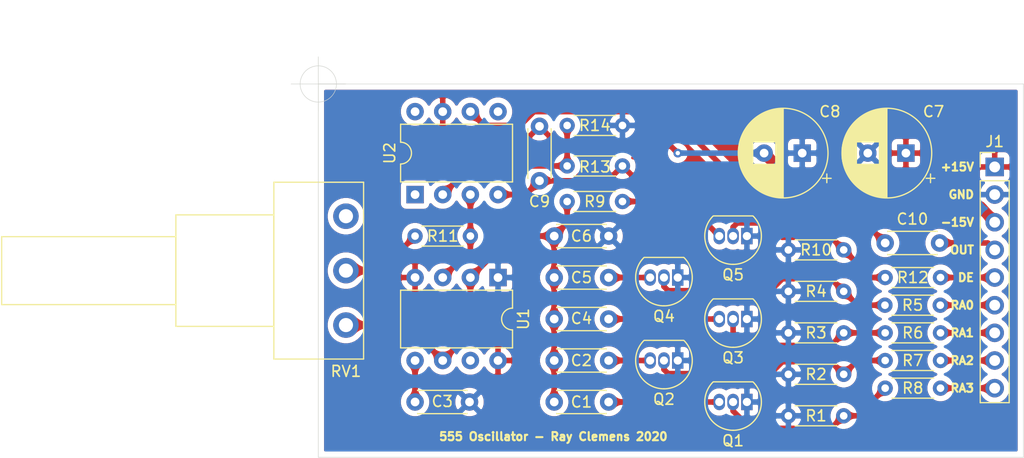
<source format=kicad_pcb>
(kicad_pcb (version 20171130) (host pcbnew "(5.1.6)-1")
  (layers (0 F.Cu signal) (31 B.Cu signal) (34 B.Paste user) (35 F.Paste user) (36 B.SilkS user) (37 F.SilkS user) (38 B.Mask user) (39 F.Mask user) (44 Edge.Cuts user))
  (net 0 "")
  (net 1 "Net-(C1-Pad2)")
  (net 2 "Net-(C1-Pad1)")
  (net 3 "Net-(C2-Pad2)")
  (net 4 GND)
  (net 5 "Net-(C3-Pad1)")
  (net 6 "Net-(C4-Pad2)")
  (net 7 "Net-(C5-Pad2)")
  (net 8 +15V)
  (net 9 -15V)
  (net 10 /RANGE3)
  (net 11 /RANGE2)
  (net 12 /RANGE1)
  (net 13 /RANGE0)
  (net 14 /OUT)
  (net 15 "Net-(Q1-Pad2)")
  (net 16 "Net-(Q2-Pad2)")
  (net 17 "Net-(Q3-Pad2)")
  (net 18 "Net-(Q4-Pad2)")
  (net 19 "Net-(Q5-Pad3)")
  (net 20 "Net-(Q5-Pad2)")
  (net 21 "Net-(R11-Pad2)")
  (net 22 "Net-(R11-Pad1)")
  (net 23 "Net-(R13-Pad2)")
  (net 24 "Net-(RV1-Pad1)")
  (net 25 "Net-(U1-Pad7)")
  (net 26 "Net-(U2-Pad8)")
  (net 27 "Net-(U2-Pad5)")
  (net 28 "Net-(U2-Pad1)")
  (net 29 /DISABLE)
  (net 30 "Net-(C10-Pad2)")
  (module Capacitor_THT:C_Disc_D4.3mm_W1.9mm_P5.00mm (layer F.Cu) (at 154.94 92.075)
    (fp_text reference C10 (at 2.5 -2.2) (layer F.SilkS))
    (fp_text value 0.1uF)
    (pad 2 thru_hole circle (at 5 0) (size 1.6 1.6) (drill 0.8) (layers *.Cu *.Mask) (net 30 "Net-(C10-Pad2)"))
    (pad 1 thru_hole circle (at 0 0) (size 1.6 1.6) (drill 0.8) (layers *.Cu *.Mask) (net 14 /OUT))
  )
  (module Capacitor_THT:C_Disc_D4.3mm_W1.9mm_P5.00mm (layer F.Cu) (at 123.19 81.36 270)
    (fp_text reference C9 (at 6.905 0 180) (layer F.SilkS))
    (fp_text value 0.1uF)
    (pad 2 thru_hole circle (at 5 0 270) (size 1.6 1.6) (drill 0.8) (layers *.Cu *.Mask) (net 9 -15V))
    (pad 1 thru_hole circle (at 0 0 270) (size 1.6 1.6) (drill 0.8) (layers *.Cu *.Mask) (net 8 +15V))
  )
  (module Package_DIP:DIP-8_W7.62mm (layer F.Cu) (at 111.76 87.63 90)
    (fp_text reference U2 (at 3.81 -2.33 90) (layer F.SilkS))
    (fp_text value LM741)
    (pad 8 thru_hole oval (at 7.62 0 90) (size 1.6 1.6) (drill 0.8) (layers *.Cu *.Mask) (net 26 "Net-(U2-Pad8)"))
    (pad 4 thru_hole oval (at 0 7.62 90) (size 1.6 1.6) (drill 0.8) (layers *.Cu *.Mask) (net 9 -15V))
    (pad 7 thru_hole oval (at 7.62 2.54 90) (size 1.6 1.6) (drill 0.8) (layers *.Cu *.Mask) (net 8 +15V))
    (pad 3 thru_hole oval (at 0 5.08 90) (size 1.6 1.6) (drill 0.8) (layers *.Cu *.Mask) (net 22 "Net-(R11-Pad1)"))
    (pad 6 thru_hole oval (at 7.62 5.08 90) (size 1.6 1.6) (drill 0.8) (layers *.Cu *.Mask) (net 14 /OUT))
    (pad 2 thru_hole oval (at 0 2.54 90) (size 1.6 1.6) (drill 0.8) (layers *.Cu *.Mask) (net 23 "Net-(R13-Pad2)"))
    (pad 5 thru_hole oval (at 7.62 7.62 90) (size 1.6 1.6) (drill 0.8) (layers *.Cu *.Mask) (net 27 "Net-(U2-Pad5)"))
    (pad 1 thru_hole rect (at 0 0 90) (size 1.6 1.6) (drill 0.8) (layers *.Cu *.Mask) (net 28 "Net-(U2-Pad1)"))
  )
  (module Package_DIP:DIP-8_W7.62mm (layer F.Cu) (at 119.38 95.25 270)
    (fp_text reference U1 (at 3.81 -2.33 90) (layer F.SilkS))
    (fp_text value NE555P)
    (pad 8 thru_hole oval (at 7.62 0 270) (size 1.6 1.6) (drill 0.8) (layers *.Cu *.Mask) (net 8 +15V))
    (pad 4 thru_hole oval (at 0 7.62 270) (size 1.6 1.6) (drill 0.8) (layers *.Cu *.Mask) (net 8 +15V))
    (pad 7 thru_hole oval (at 7.62 2.54 270) (size 1.6 1.6) (drill 0.8) (layers *.Cu *.Mask) (net 25 "Net-(U1-Pad7)"))
    (pad 3 thru_hole oval (at 0 5.08 270) (size 1.6 1.6) (drill 0.8) (layers *.Cu *.Mask) (net 22 "Net-(R11-Pad1)"))
    (pad 6 thru_hole oval (at 7.62 5.08 270) (size 1.6 1.6) (drill 0.8) (layers *.Cu *.Mask) (net 2 "Net-(C1-Pad1)"))
    (pad 2 thru_hole oval (at 0 2.54 270) (size 1.6 1.6) (drill 0.8) (layers *.Cu *.Mask) (net 2 "Net-(C1-Pad1)"))
    (pad 5 thru_hole oval (at 7.62 7.62 270) (size 1.6 1.6) (drill 0.8) (layers *.Cu *.Mask) (net 5 "Net-(C3-Pad1)"))
    (pad 1 thru_hole rect (at 0 0 270) (size 1.6 1.6) (drill 0.8) (layers *.Cu *.Mask) (net 4 GND))
  )
  (module Potentiometer_THT:Potentiometer_Piher_PC-16_Single_Horizontal (layer F.Cu) (at 105.41 89.615 180)
    (fp_text reference RV1 (at 0 -14.25) (layer F.SilkS))
    (fp_text value 10K)
    (pad 1 thru_hole circle (at 0 0 180) (size 2.34 2.34) (drill 1.3) (layers *.Cu *.Mask) (net 24 "Net-(RV1-Pad1)"))
    (pad 2 thru_hole circle (at 0 -5 180) (size 2.34 2.34) (drill 1.3) (layers *.Cu *.Mask) (net 21 "Net-(R11-Pad2)"))
    (pad 3 thru_hole circle (at 0 -10 180) (size 2.34 2.34) (drill 1.3) (layers *.Cu *.Mask) (net 2 "Net-(C1-Pad1)"))
  )
  (module Resistor_THT:R_Axial_DIN0204_L3.6mm_D1.6mm_P5.08mm_Horizontal (layer F.Cu) (at 125.73 81.28)
    (fp_text reference R14 (at 2.54 0) (layer F.SilkS))
    (fp_text value 10k)
    (pad 2 thru_hole oval (at 5.08 0) (size 1.4 1.4) (drill 0.7) (layers *.Cu *.Mask) (net 4 GND))
    (pad 1 thru_hole circle (at 0 0) (size 1.4 1.4) (drill 0.7) (layers *.Cu *.Mask) (net 23 "Net-(R13-Pad2)"))
  )
  (module Resistor_THT:R_Axial_DIN0204_L3.6mm_D1.6mm_P5.08mm_Horizontal (layer F.Cu) (at 130.81 85 180)
    (fp_text reference R13 (at 2.54 -0.09) (layer F.SilkS))
    (fp_text value 10k)
    (pad 2 thru_hole oval (at 5.08 0 180) (size 1.4 1.4) (drill 0.7) (layers *.Cu *.Mask) (net 23 "Net-(R13-Pad2)"))
    (pad 1 thru_hole circle (at 0 0 180) (size 1.4 1.4) (drill 0.7) (layers *.Cu *.Mask) (net 8 +15V))
  )
  (module Resistor_THT:R_Axial_DIN0204_L3.6mm_D1.6mm_P5.08mm_Horizontal (layer F.Cu) (at 160.02 95.25 180)
    (fp_text reference R12 (at 2.54 0) (layer F.SilkS))
    (fp_text value 10k)
    (pad 2 thru_hole oval (at 5.08 0 180) (size 1.4 1.4) (drill 0.7) (layers *.Cu *.Mask) (net 20 "Net-(Q5-Pad2)"))
    (pad 1 thru_hole circle (at 0 0 180) (size 1.4 1.4) (drill 0.7) (layers *.Cu *.Mask) (net 29 /DISABLE))
  )
  (module Resistor_THT:R_Axial_DIN0204_L3.6mm_D1.6mm_P5.08mm_Horizontal (layer F.Cu) (at 116.84 91.44 180)
    (fp_text reference R11 (at 2.54 0) (layer F.SilkS))
    (fp_text value 1k)
    (pad 2 thru_hole oval (at 5.08 0 180) (size 1.4 1.4) (drill 0.7) (layers *.Cu *.Mask) (net 21 "Net-(R11-Pad2)"))
    (pad 1 thru_hole circle (at 0 0 180) (size 1.4 1.4) (drill 0.7) (layers *.Cu *.Mask) (net 22 "Net-(R11-Pad1)"))
  )
  (module Resistor_THT:R_Axial_DIN0204_L3.6mm_D1.6mm_P5.08mm_Horizontal (layer F.Cu) (at 151.13 92.71 180)
    (fp_text reference R10 (at 2.54 0) (layer F.SilkS))
    (fp_text value 10k)
    (pad 2 thru_hole oval (at 5.08 0 180) (size 1.4 1.4) (drill 0.7) (layers *.Cu *.Mask) (net 4 GND))
    (pad 1 thru_hole circle (at 0 0 180) (size 1.4 1.4) (drill 0.7) (layers *.Cu *.Mask) (net 20 "Net-(Q5-Pad2)"))
  )
  (module Resistor_THT:R_Axial_DIN0204_L3.6mm_D1.6mm_P5.08mm_Horizontal (layer F.Cu) (at 125.73 88.265)
    (fp_text reference R9 (at 2.54 0) (layer F.SilkS))
    (fp_text value 100)
    (pad 2 thru_hole oval (at 5.08 0) (size 1.4 1.4) (drill 0.7) (layers *.Cu *.Mask) (net 19 "Net-(Q5-Pad3)"))
    (pad 1 thru_hole circle (at 0 0) (size 1.4 1.4) (drill 0.7) (layers *.Cu *.Mask) (net 2 "Net-(C1-Pad1)"))
  )
  (module Resistor_THT:R_Axial_DIN0204_L3.6mm_D1.6mm_P5.08mm_Horizontal (layer F.Cu) (at 160.02 105.41 180)
    (fp_text reference R8 (at 2.54 0) (layer F.SilkS))
    (fp_text value 10k)
    (pad 2 thru_hole oval (at 5.08 0 180) (size 1.4 1.4) (drill 0.7) (layers *.Cu *.Mask) (net 15 "Net-(Q1-Pad2)"))
    (pad 1 thru_hole circle (at 0 0 180) (size 1.4 1.4) (drill 0.7) (layers *.Cu *.Mask) (net 10 /RANGE3))
  )
  (module Resistor_THT:R_Axial_DIN0204_L3.6mm_D1.6mm_P5.08mm_Horizontal (layer F.Cu) (at 160.02 102.87 180)
    (fp_text reference R7 (at 2.54 0) (layer F.SilkS))
    (fp_text value 10k)
    (pad 2 thru_hole oval (at 5.08 0 180) (size 1.4 1.4) (drill 0.7) (layers *.Cu *.Mask) (net 16 "Net-(Q2-Pad2)"))
    (pad 1 thru_hole circle (at 0 0 180) (size 1.4 1.4) (drill 0.7) (layers *.Cu *.Mask) (net 11 /RANGE2))
  )
  (module Resistor_THT:R_Axial_DIN0204_L3.6mm_D1.6mm_P5.08mm_Horizontal (layer F.Cu) (at 160.02 100.33 180)
    (fp_text reference R6 (at 2.54 0) (layer F.SilkS))
    (fp_text value 10k)
    (pad 2 thru_hole oval (at 5.08 0 180) (size 1.4 1.4) (drill 0.7) (layers *.Cu *.Mask) (net 17 "Net-(Q3-Pad2)"))
    (pad 1 thru_hole circle (at 0 0 180) (size 1.4 1.4) (drill 0.7) (layers *.Cu *.Mask) (net 12 /RANGE1))
  )
  (module Resistor_THT:R_Axial_DIN0204_L3.6mm_D1.6mm_P5.08mm_Horizontal (layer F.Cu) (at 160 97.79 180)
    (fp_text reference R5 (at 2.54 0) (layer F.SilkS))
    (fp_text value 10k)
    (pad 2 thru_hole oval (at 5.08 0 180) (size 1.4 1.4) (drill 0.7) (layers *.Cu *.Mask) (net 18 "Net-(Q4-Pad2)"))
    (pad 1 thru_hole circle (at 0 0 180) (size 1.4 1.4) (drill 0.7) (layers *.Cu *.Mask) (net 13 /RANGE0))
  )
  (module Resistor_THT:R_Axial_DIN0204_L3.6mm_D1.6mm_P5.08mm_Horizontal (layer F.Cu) (at 151.13 96.52 180)
    (fp_text reference R4 (at 2.54 0) (layer F.SilkS))
    (fp_text value 10k)
    (pad 2 thru_hole oval (at 5.08 0 180) (size 1.4 1.4) (drill 0.7) (layers *.Cu *.Mask) (net 4 GND))
    (pad 1 thru_hole circle (at 0 0 180) (size 1.4 1.4) (drill 0.7) (layers *.Cu *.Mask) (net 18 "Net-(Q4-Pad2)"))
  )
  (module Resistor_THT:R_Axial_DIN0204_L3.6mm_D1.6mm_P5.08mm_Horizontal (layer F.Cu) (at 151.13 100.33 180)
    (fp_text reference R3 (at 2.54 0) (layer F.SilkS))
    (fp_text value 10k)
    (pad 2 thru_hole oval (at 5.08 0 180) (size 1.4 1.4) (drill 0.7) (layers *.Cu *.Mask) (net 4 GND))
    (pad 1 thru_hole circle (at 0 0 180) (size 1.4 1.4) (drill 0.7) (layers *.Cu *.Mask) (net 17 "Net-(Q3-Pad2)"))
  )
  (module Resistor_THT:R_Axial_DIN0204_L3.6mm_D1.6mm_P5.08mm_Horizontal (layer F.Cu) (at 151.13 104.14 180)
    (fp_text reference R2 (at 2.54 0) (layer F.SilkS))
    (fp_text value 10k)
    (pad 2 thru_hole oval (at 5.08 0 180) (size 1.4 1.4) (drill 0.7) (layers *.Cu *.Mask) (net 4 GND))
    (pad 1 thru_hole circle (at 0 0 180) (size 1.4 1.4) (drill 0.7) (layers *.Cu *.Mask) (net 16 "Net-(Q2-Pad2)"))
  )
  (module Resistor_THT:R_Axial_DIN0204_L3.6mm_D1.6mm_P5.08mm_Horizontal (layer F.Cu) (at 151.13 107.95 180)
    (fp_text reference R1 (at 2.54 0) (layer F.SilkS))
    (fp_text value 10k)
    (pad 2 thru_hole oval (at 5.08 0 180) (size 1.4 1.4) (drill 0.7) (layers *.Cu *.Mask) (net 4 GND))
    (pad 1 thru_hole circle (at 0 0 180) (size 1.4 1.4) (drill 0.7) (layers *.Cu *.Mask) (net 15 "Net-(Q1-Pad2)"))
  )
  (module Package_TO_SOT_THT:TO-92_Inline (layer F.Cu) (at 142.24 91.44 180)
    (fp_text reference Q5 (at 1.27 -3.56) (layer F.SilkS))
    (fp_text value 2N3904)
    (pad 1 thru_hole rect (at 0 0 180) (size 1.05 1.5) (drill 0.75) (layers *.Cu *.Mask) (net 4 GND))
    (pad 3 thru_hole oval (at 2.54 0 180) (size 1.05 1.5) (drill 0.75) (layers *.Cu *.Mask) (net 19 "Net-(Q5-Pad3)"))
    (pad 2 thru_hole oval (at 1.27 0 180) (size 1.05 1.5) (drill 0.75) (layers *.Cu *.Mask) (net 20 "Net-(Q5-Pad2)"))
  )
  (module Package_TO_SOT_THT:TO-92_Inline (layer F.Cu) (at 135.89 95.25 180)
    (fp_text reference Q4 (at 1.27 -3.56) (layer F.SilkS))
    (fp_text value 2N3904)
    (pad 1 thru_hole rect (at 0 0 180) (size 1.05 1.5) (drill 0.75) (layers *.Cu *.Mask) (net 4 GND))
    (pad 3 thru_hole oval (at 2.54 0 180) (size 1.05 1.5) (drill 0.75) (layers *.Cu *.Mask) (net 7 "Net-(C5-Pad2)"))
    (pad 2 thru_hole oval (at 1.27 0 180) (size 1.05 1.5) (drill 0.75) (layers *.Cu *.Mask) (net 18 "Net-(Q4-Pad2)"))
  )
  (module Package_TO_SOT_THT:TO-92_Inline (layer F.Cu) (at 142.24 99.06 180)
    (fp_text reference Q3 (at 1.27 -3.56) (layer F.SilkS))
    (fp_text value 2N3904)
    (pad 1 thru_hole rect (at 0 0 180) (size 1.05 1.5) (drill 0.75) (layers *.Cu *.Mask) (net 4 GND))
    (pad 3 thru_hole oval (at 2.54 0 180) (size 1.05 1.5) (drill 0.75) (layers *.Cu *.Mask) (net 6 "Net-(C4-Pad2)"))
    (pad 2 thru_hole oval (at 1.27 0 180) (size 1.05 1.5) (drill 0.75) (layers *.Cu *.Mask) (net 17 "Net-(Q3-Pad2)"))
  )
  (module Package_TO_SOT_THT:TO-92_Inline (layer F.Cu) (at 135.89 102.87 180)
    (fp_text reference Q2 (at 1.27 -3.56) (layer F.SilkS))
    (fp_text value 2N3904)
    (pad 1 thru_hole rect (at 0 0 180) (size 1.05 1.5) (drill 0.75) (layers *.Cu *.Mask) (net 4 GND))
    (pad 3 thru_hole oval (at 2.54 0 180) (size 1.05 1.5) (drill 0.75) (layers *.Cu *.Mask) (net 3 "Net-(C2-Pad2)"))
    (pad 2 thru_hole oval (at 1.27 0 180) (size 1.05 1.5) (drill 0.75) (layers *.Cu *.Mask) (net 16 "Net-(Q2-Pad2)"))
  )
  (module Package_TO_SOT_THT:TO-92_Inline (layer F.Cu) (at 142.24 106.68 180)
    (fp_text reference Q1 (at 1.27 -3.56) (layer F.SilkS))
    (fp_text value 2N3904)
    (pad 1 thru_hole rect (at 0 0 180) (size 1.05 1.5) (drill 0.75) (layers *.Cu *.Mask) (net 4 GND))
    (pad 3 thru_hole oval (at 2.54 0 180) (size 1.05 1.5) (drill 0.75) (layers *.Cu *.Mask) (net 1 "Net-(C1-Pad2)"))
    (pad 2 thru_hole oval (at 1.27 0 180) (size 1.05 1.5) (drill 0.75) (layers *.Cu *.Mask) (net 15 "Net-(Q1-Pad2)"))
  )
  (module Connector_PinHeader_2.54mm:PinHeader_1x09_P2.54mm_Vertical (layer F.Cu) (at 165 85.09)
    (fp_text reference J1 (at 0 -2.33) (layer F.SilkS))
    (fp_text value Conn_01x09_Male)
    (pad 9 thru_hole oval (at 0 20.32) (size 1.7 1.7) (drill 1) (layers *.Cu *.Mask) (net 10 /RANGE3))
    (pad 8 thru_hole oval (at 0 17.78) (size 1.7 1.7) (drill 1) (layers *.Cu *.Mask) (net 11 /RANGE2))
    (pad 7 thru_hole oval (at 0 15.24) (size 1.7 1.7) (drill 1) (layers *.Cu *.Mask) (net 12 /RANGE1))
    (pad 6 thru_hole oval (at 0 12.7) (size 1.7 1.7) (drill 1) (layers *.Cu *.Mask) (net 13 /RANGE0))
    (pad 5 thru_hole oval (at 0 10.16) (size 1.7 1.7) (drill 1) (layers *.Cu *.Mask) (net 29 /DISABLE))
    (pad 4 thru_hole oval (at 0 7.62) (size 1.7 1.7) (drill 1) (layers *.Cu *.Mask) (net 30 "Net-(C10-Pad2)"))
    (pad 3 thru_hole oval (at 0 5.08) (size 1.7 1.7) (drill 1) (layers *.Cu *.Mask) (net 9 -15V))
    (pad 2 thru_hole oval (at 0 2.54) (size 1.7 1.7) (drill 1) (layers *.Cu *.Mask) (net 4 GND))
    (pad 1 thru_hole rect (at 0 0) (size 1.7 1.7) (drill 1) (layers *.Cu *.Mask) (net 8 +15V))
  )
  (module Capacitor_THT:CP_Radial_D8.0mm_P3.50mm (layer F.Cu) (at 147.32 83.82 180)
    (fp_text reference C8 (at -2.54 3.81) (layer F.SilkS))
    (fp_text value CP)
    (pad 2 thru_hole circle (at 3.5 0 180) (size 1.6 1.6) (drill 0.8) (layers *.Cu *.Mask) (net 9 -15V))
    (pad 1 thru_hole rect (at 0 0 180) (size 1.6 1.6) (drill 0.8) (layers *.Cu *.Mask) (net 4 GND))
  )
  (module Capacitor_THT:CP_Radial_D8.0mm_P3.50mm (layer F.Cu) (at 156.845 83.82 180)
    (fp_text reference C7 (at -2.54 3.81) (layer F.SilkS))
    (fp_text value CP)
    (pad 2 thru_hole circle (at 3.5 0 180) (size 1.6 1.6) (drill 0.8) (layers *.Cu *.Mask) (net 4 GND))
    (pad 1 thru_hole rect (at 0 0 180) (size 1.6 1.6) (drill 0.8) (layers *.Cu *.Mask) (net 8 +15V))
  )
  (module Capacitor_THT:C_Disc_D4.3mm_W1.9mm_P5.00mm (layer F.Cu) (at 124.54 91.44)
    (fp_text reference C6 (at 2.5 0) (layer F.SilkS))
    (fp_text value 0.1uF)
    (pad 2 thru_hole circle (at 5 0) (size 1.6 1.6) (drill 0.8) (layers *.Cu *.Mask) (net 4 GND))
    (pad 1 thru_hole circle (at 0 0) (size 1.6 1.6) (drill 0.8) (layers *.Cu *.Mask) (net 2 "Net-(C1-Pad1)"))
  )
  (module Capacitor_THT:C_Disc_D4.3mm_W1.9mm_P5.00mm (layer F.Cu) (at 124.54 95.25)
    (fp_text reference C5 (at 2.5 0) (layer F.SilkS))
    (fp_text value 0.1uF)
    (pad 2 thru_hole circle (at 5 0) (size 1.6 1.6) (drill 0.8) (layers *.Cu *.Mask) (net 7 "Net-(C5-Pad2)"))
    (pad 1 thru_hole circle (at 0 0) (size 1.6 1.6) (drill 0.8) (layers *.Cu *.Mask) (net 2 "Net-(C1-Pad1)"))
  )
  (module Capacitor_THT:C_Disc_D4.3mm_W1.9mm_P5.00mm (layer F.Cu) (at 124.54 99.06)
    (fp_text reference C4 (at 2.5 -0.05) (layer F.SilkS))
    (fp_text value 0.2uF)
    (pad 2 thru_hole circle (at 5 0) (size 1.6 1.6) (drill 0.8) (layers *.Cu *.Mask) (net 6 "Net-(C4-Pad2)"))
    (pad 1 thru_hole circle (at 0 0) (size 1.6 1.6) (drill 0.8) (layers *.Cu *.Mask) (net 2 "Net-(C1-Pad1)"))
  )
  (module Capacitor_THT:C_Disc_D4.3mm_W1.9mm_P5.00mm (layer F.Cu) (at 111.76 106.68)
    (fp_text reference C3 (at 2.5 -0.05) (layer F.SilkS))
    (fp_text value 0.1uF)
    (pad 2 thru_hole circle (at 5 0) (size 1.6 1.6) (drill 0.8) (layers *.Cu *.Mask) (net 4 GND))
    (pad 1 thru_hole circle (at 0 0) (size 1.6 1.6) (drill 0.8) (layers *.Cu *.Mask) (net 5 "Net-(C3-Pad1)"))
  )
  (module Capacitor_THT:C_Disc_D4.3mm_W1.9mm_P5.00mm (layer F.Cu) (at 124.54 102.87)
    (fp_text reference C2 (at 2.5 0) (layer F.SilkS))
    (fp_text value 0.4uF)
    (pad 2 thru_hole circle (at 5 0) (size 1.6 1.6) (drill 0.8) (layers *.Cu *.Mask) (net 3 "Net-(C2-Pad2)"))
    (pad 1 thru_hole circle (at 0 0) (size 1.6 1.6) (drill 0.8) (layers *.Cu *.Mask) (net 2 "Net-(C1-Pad1)"))
  )
  (module Capacitor_THT:C_Disc_D4.3mm_W1.9mm_P5.00mm (layer F.Cu) (at 124.54 106.68)
    (fp_text reference C1 (at 2.5 0) (layer F.SilkS))
    (fp_text value 0.8uF)
    (pad 2 thru_hole circle (at 5 0) (size 1.6 1.6) (drill 0.8) (layers *.Cu *.Mask) (net 1 "Net-(C1-Pad2)"))
    (pad 1 thru_hole circle (at 0 0) (size 1.6 1.6) (drill 0.8) (layers *.Cu *.Mask) (net 2 "Net-(C1-Pad1)"))
  )
  (gr_text "555 Oscillator - Ray Clemens 2020" (at 124.46 109.855) (layer F.SilkS) (effects (font (size 0.75 0.75) (thickness 0.1875))))
  (gr_text +15V (at 163.195 85.09) (layer F.SilkS) (effects (font (size 0.75 0.75) (thickness 0.1875)) (justify right)))
  (gr_text GND (at 163.195 87.63) (layer F.SilkS) (effects (font (size 0.75 0.75) (thickness 0.1875)) (justify right)))
  (gr_text -15V (at 163.195 90.17) (layer F.SilkS) (effects (font (size 0.75 0.75) (thickness 0.1875)) (justify right)))
  (gr_text OUT (at 163.195 92.71) (layer F.SilkS) (effects (font (size 0.75 0.75) (thickness 0.1875)) (justify right)))
  (gr_text DE (at 163.195 95.25) (layer F.SilkS) (effects (font (size 0.75 0.75) (thickness 0.1875)) (justify right)))
  (gr_text RA0 (at 163.195 97.79) (layer F.SilkS) (effects (font (size 0.75 0.75) (thickness 0.1875)) (justify right)))
  (gr_text RA1 (at 163.195 100.33) (layer F.SilkS) (effects (font (size 0.75 0.75) (thickness 0.1875)) (justify right)))
  (gr_text RA2 (at 163.195 102.87) (layer F.SilkS) (effects (font (size 0.75 0.75) (thickness 0.1875)) (justify right)))
  (gr_text RA3 (at 163.195 105.41) (layer F.SilkS) (effects (font (size 0.75 0.75) (thickness 0.1875)) (justify right)))
  (gr_line (start 102.87 111.76) (end 102.87 77.47) (layer Edge.Cuts) (width 0.05))
  (gr_line (start 167.64 111.76) (end 102.87 111.76) (layer Edge.Cuts) (width 0.05))
  (gr_line (start 167.64 77.47) (end 167.64 111.76) (layer Edge.Cuts) (width 0.05))
  (gr_line (start 102.87 77.47) (end 167.64 77.47) (layer Edge.Cuts) (width 0.05))
  (target plus (at 102.87 77.47) (size 5) (width 0.05) (layer Edge.Cuts))
  (segment (start 129.54 106.68) (end 139.7 106.68) (width 0.508) (layer F.Cu) (net 1))
  (segment (start 111.045 99.615) (end 105.41 99.615) (width 0.508) (layer F.Cu) (net 2))
  (segment (start 114.3 102.87) (end 111.045 99.615) (width 0.508) (layer F.Cu) (net 2))
  (segment (start 116.84 100.33) (end 114.3 102.87) (width 0.508) (layer F.Cu) (net 2))
  (segment (start 116.84 95.25) (end 116.84 100.33) (width 0.508) (layer F.Cu) (net 2))
  (segment (start 124.46 106.6) (end 124.54 106.68) (width 0.508) (layer F.Cu) (net 2))
  (segment (start 124.54 102.87) (end 124.54 106.68) (width 0.508) (layer F.Cu) (net 2))
  (segment (start 124.54 102.87) (end 124.54 99.06) (width 0.508) (layer F.Cu) (net 2))
  (segment (start 124.54 99.06) (end 124.54 95.25) (width 0.508) (layer F.Cu) (net 2))
  (segment (start 124.54 95.25) (end 124.54 91.44) (width 0.508) (layer F.Cu) (net 2))
  (segment (start 120.65 91.44) (end 124.54 91.44) (width 0.508) (layer F.Cu) (net 2))
  (segment (start 116.84 95.25) (end 120.65 91.44) (width 0.508) (layer F.Cu) (net 2))
  (segment (start 125.73 90.25) (end 124.54 91.44) (width 0.508) (layer F.Cu) (net 2))
  (segment (start 125.73 88.265) (end 125.73 90.17) (width 0.508) (layer F.Cu) (net 2))
  (segment (start 129.54 102.87) (end 133.35 102.87) (width 0.508) (layer F.Cu) (net 3))
  (segment (start 111.76 102.87) (end 111.76 106.68) (width 0.508) (layer F.Cu) (net 5))
  (segment (start 129.54 99.06) (end 139.7 99.06) (width 0.508) (layer F.Cu) (net 6))
  (segment (start 129.54 95.25) (end 133.35 95.25) (width 0.508) (layer F.Cu) (net 7))
  (segment (start 121.92 87.63) (end 123.19 86.36) (width 0.508) (layer F.Cu) (net 9))
  (segment (start 119.38 87.63) (end 121.92 87.63) (width 0.508) (layer F.Cu) (net 9))
  (via (at 135.89 83.82) (size 0.8) (drill 0.4) (layers F.Cu B.Cu) (net 9))
  (segment (start 135.89 83.82) (end 143.82 83.82) (width 0.508) (layer B.Cu) (net 9))
  (segment (start 135.255 83.185) (end 135.89 83.82) (width 0.508) (layer F.Cu) (net 9))
  (segment (start 129.54 83.185) (end 135.255 83.185) (width 0.508) (layer F.Cu) (net 9))
  (segment (start 123.19 86.36) (end 126.365 86.36) (width 0.508) (layer F.Cu) (net 9))
  (segment (start 126.365 86.36) (end 129.54 83.185) (width 0.508) (layer F.Cu) (net 9))
  (segment (start 143.82 83.82) (end 148.745 88.745) (width 1.016) (layer F.Cu) (net 9))
  (segment (start 163.83 88.9) (end 165 90.17) (width 1.016) (layer F.Cu) (net 9))
  (segment (start 163.675 88.745) (end 163.83 88.9) (width 1.016) (layer F.Cu) (net 9))
  (segment (start 148.745 88.745) (end 163.675 88.745) (width 1.016) (layer F.Cu) (net 9))
  (segment (start 165 105.41) (end 160.02 105.41) (width 0.508) (layer F.Cu) (net 10))
  (segment (start 160.02 102.87) (end 165 102.87) (width 0.508) (layer F.Cu) (net 11))
  (segment (start 165 100.33) (end 160.02 100.33) (width 0.508) (layer F.Cu) (net 12))
  (segment (start 160 97.79) (end 165 97.79) (width 0.508) (layer F.Cu) (net 13))
  (segment (start 118.11 81.28) (end 121.414078 81.28) (width 0.508) (layer F.Cu) (net 14))
  (segment (start 116.84 80.01) (end 118.11 81.28) (width 0.508) (layer F.Cu) (net 14))
  (segment (start 121.414078 81.28) (end 122.684078 80.01) (width 0.508) (layer F.Cu) (net 14))
  (segment (start 122.684078 80.01) (end 134.951356 80.01) (width 0.508) (layer F.Cu) (net 14))
  (segment (start 134.951356 80.01) (end 145.789345 90.847989) (width 0.508) (layer F.Cu) (net 14))
  (segment (start 153.712989 90.847989) (end 145.789345 90.847989) (width 0.508) (layer F.Cu) (net 14))
  (segment (start 154.94 92.075) (end 153.712989 90.847989) (width 0.508) (layer F.Cu) (net 14))
  (segment (start 140.97 107.502202) (end 142.571799 109.104001) (width 0.508) (layer F.Cu) (net 15))
  (segment (start 149.975999 109.104001) (end 151.13 107.95) (width 0.508) (layer F.Cu) (net 15))
  (segment (start 142.571799 109.104001) (end 149.975999 109.104001) (width 0.508) (layer F.Cu) (net 15))
  (segment (start 140.97 106.68) (end 140.97 107.502202) (width 0.508) (layer F.Cu) (net 15))
  (segment (start 152.4 107.95) (end 154.94 105.41) (width 0.508) (layer F.Cu) (net 15))
  (segment (start 151.13 107.95) (end 152.4 107.95) (width 0.508) (layer F.Cu) (net 15))
  (segment (start 152.4 102.87) (end 151.13 104.14) (width 0.508) (layer F.Cu) (net 16))
  (segment (start 154.94 102.87) (end 152.4 102.87) (width 0.508) (layer F.Cu) (net 16))
  (segment (start 134.62 103.692202) (end 134.62 102.87) (width 0.508) (layer F.Cu) (net 16))
  (segment (start 135.001799 104.074001) (end 134.62 103.692202) (width 0.508) (layer F.Cu) (net 16))
  (segment (start 145.496079 102.985999) (end 144.408077 104.074001) (width 0.508) (layer F.Cu) (net 16))
  (segment (start 149.975999 102.985999) (end 145.496079 102.985999) (width 0.508) (layer F.Cu) (net 16))
  (segment (start 144.408077 104.074001) (end 135.001799 104.074001) (width 0.508) (layer F.Cu) (net 16))
  (segment (start 151.13 104.14) (end 149.975999 102.985999) (width 0.508) (layer F.Cu) (net 16))
  (segment (start 149.975999 101.484001) (end 151.13 100.33) (width 0.508) (layer F.Cu) (net 17))
  (segment (start 142.136001 101.484001) (end 149.975999 101.484001) (width 0.508) (layer F.Cu) (net 17))
  (segment (start 140.97 100.318) (end 142.136001 101.484001) (width 0.508) (layer F.Cu) (net 17))
  (segment (start 140.97 99.06) (end 140.97 100.318) (width 0.508) (layer F.Cu) (net 17))
  (segment (start 151.13 100.33) (end 154.94 100.33) (width 0.508) (layer F.Cu) (net 17))
  (segment (start 149.975999 95.365999) (end 151.13 96.52) (width 0.508) (layer F.Cu) (net 18))
  (segment (start 145.496079 95.365999) (end 149.975999 95.365999) (width 0.508) (layer F.Cu) (net 18))
  (segment (start 144.408077 96.454001) (end 145.496079 95.365999) (width 0.508) (layer F.Cu) (net 18))
  (segment (start 134.62 96.072202) (end 135.001799 96.454001) (width 0.508) (layer F.Cu) (net 18))
  (segment (start 135.001799 96.454001) (end 144.408077 96.454001) (width 0.508) (layer F.Cu) (net 18))
  (segment (start 134.62 95.25) (end 134.62 96.072202) (width 0.508) (layer F.Cu) (net 18))
  (segment (start 152.4 97.79) (end 151.13 96.52) (width 0.508) (layer F.Cu) (net 18))
  (segment (start 154.92 97.79) (end 152.4 97.79) (width 0.508) (layer F.Cu) (net 18))
  (segment (start 136.525 88.265) (end 139.7 91.44) (width 0.508) (layer F.Cu) (net 19))
  (segment (start 130.81 88.265) (end 136.525 88.265) (width 0.508) (layer F.Cu) (net 19))
  (segment (start 153.67 95.25) (end 151.13 92.71) (width 0.508) (layer F.Cu) (net 20))
  (segment (start 154.94 95.25) (end 153.67 95.25) (width 0.508) (layer F.Cu) (net 20))
  (segment (start 140.97 90.617798) (end 140.97 91.44) (width 0.508) (layer F.Cu) (net 20))
  (segment (start 141.351799 90.235999) (end 140.97 90.617798) (width 0.508) (layer F.Cu) (net 20))
  (segment (start 144.176079 90.235999) (end 141.351799 90.235999) (width 0.508) (layer F.Cu) (net 20))
  (segment (start 145.496079 91.555999) (end 144.176079 90.235999) (width 0.508) (layer F.Cu) (net 20))
  (segment (start 149.975999 91.555999) (end 145.496079 91.555999) (width 0.508) (layer F.Cu) (net 20))
  (segment (start 151.13 92.71) (end 149.975999 91.555999) (width 0.508) (layer F.Cu) (net 20))
  (segment (start 108.585 94.615) (end 111.76 91.44) (width 0.508) (layer F.Cu) (net 21))
  (segment (start 105.41 94.615) (end 108.585 94.615) (width 0.508) (layer F.Cu) (net 21))
  (segment (start 116.84 92.71) (end 114.3 95.25) (width 0.508) (layer F.Cu) (net 22))
  (segment (start 116.84 91.44) (end 116.84 92.71) (width 0.508) (layer F.Cu) (net 22))
  (segment (start 116.84 91.44) (end 116.84 87.63) (width 0.508) (layer F.Cu) (net 22))
  (segment (start 116.93 85) (end 114.3 87.63) (width 0.508) (layer F.Cu) (net 23))
  (segment (start 125.73 85) (end 116.93 85) (width 0.508) (layer F.Cu) (net 23))
  (segment (start 125.73 85) (end 125.73 81.28) (width 0.508) (layer F.Cu) (net 23))
  (segment (start 160.02 95.25) (end 165 95.25) (width 0.508) (layer F.Cu) (net 29))
  (segment (start 164.365 92.075) (end 165 92.71) (width 0.508) (layer F.Cu) (net 30))
  (segment (start 159.94 92.075) (end 164.365 92.075) (width 0.508) (layer F.Cu) (net 30))
  (zone (net 4) (net_name GND) (layer B.Cu) (connect_pads (clearance 0.508)) (min_thickness 0.254) (fill yes (arc_segments 32) (thermal_gap 0.508) (thermal_bridge_width 0.508) (smoothing fillet))
    (polygon (pts (xy 167.64 111.76) (xy 102.87 111.76) (xy 102.87 77.47) (xy 167.64 77.47)))
  )
  (zone (net 8) (net_name +15V) (layer F.Cu) (connect_pads (clearance 0.508)) (min_thickness 0.254) (fill yes (arc_segments 32) (thermal_gap 0.508) (thermal_bridge_width 0.508))
    (polygon (pts (xy 167.64 111.76) (xy 102.87 111.76) (xy 102.87 77.47) (xy 167.64 77.47)))
  )
  (zone (net 1) (net_name "Net-(C1-Pad2)") (layer F.Cu) (priority 16962) (connect_pads yes (clearance 0.2)) (min_thickness 0.0254) (fill yes (arc_segments 32) (thermal_gap 0.508) (thermal_bridge_width 0.508))
    (polygon (pts (xy 139.0175 106.934) (xy 139.055913 106.935135) (xy 139.092626 106.93854) (xy 139.127637 106.944215) (xy 139.160947 106.95216) (xy 139.192555 106.962375) (xy 139.222462 106.97486) (xy 139.250667 106.989615) (xy 139.277172 107.00664) (xy 139.301974 107.025935) (xy 139.325076 107.0475) (xy 139.9625 106.68) (xy 139.325076 106.3125) (xy 139.301974 106.334065) (xy 139.277172 106.35336) (xy 139.250667 106.370385) (xy 139.222462 106.38514) (xy 139.192555 106.397625) (xy 139.160947 106.40784) (xy 139.127637 106.415785) (xy 139.092626 106.42146) (xy 139.055913 106.424865) (xy 139.0175 106.426)))
  )
  (zone (net 1) (net_name "Net-(C1-Pad2)") (layer F.Cu) (priority 16962) (connect_pads yes (clearance 0.2)) (min_thickness 0.0254) (fill yes (arc_segments 32) (thermal_gap 0.508) (thermal_bridge_width 0.508))
    (polygon (pts (xy 130.858153 106.426) (xy 130.770242 106.42294) (xy 130.685271 106.41376) (xy 130.603239 106.39846) (xy 130.524147 106.37704) (xy 130.447993 106.3495) (xy 130.374779 106.31584) (xy 130.304504 106.27606) (xy 130.237168 106.23016) (xy 130.172771 106.17814) (xy 130.111314 106.12) (xy 129.14 106.68) (xy 130.111314 107.24) (xy 130.172771 107.181859) (xy 130.237168 107.129839) (xy 130.304504 107.083939) (xy 130.374779 107.044159) (xy 130.447993 107.010499) (xy 130.524147 106.982959) (xy 130.603239 106.961539) (xy 130.685271 106.946239) (xy 130.770242 106.937059) (xy 130.858153 106.934)))
  )
  (zone (net 2) (net_name "Net-(C1-Pad1)") (layer F.Cu) (priority 16962) (connect_pads yes (clearance 0.2)) (min_thickness 0.0254) (fill yes (arc_segments 32) (thermal_gap 0.508) (thermal_bridge_width 0.508))
    (polygon (pts (xy 107.621407 99.361001) (xy 107.459679 99.35535) (xy 107.303316 99.3384) (xy 107.152318 99.31015) (xy 107.006685 99.2706) (xy 106.866417 99.21975) (xy 106.731513 99.1576) (xy 106.601974 99.08415) (xy 106.4778 98.9994) (xy 106.358991 98.90335) (xy 106.245547 98.796) (xy 104.825 99.615) (xy 106.245547 100.434) (xy 106.358991 100.326649) (xy 106.4778 100.230599) (xy 106.601974 100.145849) (xy 106.731513 100.072399) (xy 106.866417 100.010249) (xy 107.006685 99.959399) (xy 107.152318 99.919849) (xy 107.303316 99.891599) (xy 107.459679 99.874649) (xy 107.621407 99.868999)))
  )
  (zone (net 2) (net_name "Net-(C1-Pad1)") (layer F.Cu) (priority 16962) (connect_pads yes (clearance 0.2)) (min_thickness 0.0254) (fill yes (arc_segments 32) (thermal_gap 0.508) (thermal_bridge_width 0.508))
    (polygon (pts (xy 113.18832 102.117531) (xy 113.248318 102.181856) (xy 113.30191 102.248431) (xy 113.349097 102.317255) (xy 113.389878 102.388328) (xy 113.424253 102.46165) (xy 113.452222 102.537222) (xy 113.473785 102.615042) (xy 113.488943 102.695112) (xy 113.497695 102.777431) (xy 113.500041 102.862) (xy 114.582842 103.152842) (xy 114.292 102.070041) (xy 114.207431 102.067695) (xy 114.125112 102.058943) (xy 114.045042 102.043785) (xy 113.967222 102.022222) (xy 113.89165 101.994253) (xy 113.818328 101.959878) (xy 113.747255 101.919097) (xy 113.678431 101.87191) (xy 113.611856 101.818318) (xy 113.547531 101.75832)))
  )
  (zone (net 2) (net_name "Net-(C1-Pad1)") (layer F.Cu) (priority 16962) (connect_pads yes (clearance 0.2)) (min_thickness 0.0254) (fill yes (arc_segments 32) (thermal_gap 0.508) (thermal_bridge_width 0.508))
    (polygon (pts (xy 115.052469 101.75832) (xy 114.988143 101.818318) (xy 114.921568 101.87191) (xy 114.852744 101.919097) (xy 114.781671 101.959878) (xy 114.708349 101.994253) (xy 114.632777 102.022222) (xy 114.554957 102.043785) (xy 114.474887 102.058943) (xy 114.392568 102.067695) (xy 114.308 102.070041) (xy 114.017158 103.152842) (xy 115.099959 102.862) (xy 115.102304 102.777431) (xy 115.111056 102.695112) (xy 115.126214 102.615042) (xy 115.147777 102.537222) (xy 115.175746 102.46165) (xy 115.210121 102.388328) (xy 115.250902 102.317255) (xy 115.298089 102.248431) (xy 115.351681 102.181856) (xy 115.41168 102.117531)))
  )
  (zone (net 2) (net_name "Net-(C1-Pad1)") (layer F.Cu) (priority 16962) (connect_pads yes (clearance 0.2)) (min_thickness 0.0254) (fill yes (arc_segments 32) (thermal_gap 0.508) (thermal_bridge_width 0.508))
    (polygon (pts (xy 117.094 96.568153) (xy 117.097059 96.480242) (xy 117.106239 96.395271) (xy 117.121539 96.313239) (xy 117.142959 96.234147) (xy 117.170499 96.157993) (xy 117.204159 96.084779) (xy 117.243939 96.014504) (xy 117.289839 95.947168) (xy 117.341859 95.882771) (xy 117.4 95.821314) (xy 116.84 94.85) (xy 116.28 95.821314) (xy 116.33814 95.882771) (xy 116.39016 95.947168) (xy 116.43606 96.014504) (xy 116.47584 96.084779) (xy 116.5095 96.157993) (xy 116.53704 96.234147) (xy 116.55846 96.313239) (xy 116.57376 96.395271) (xy 116.58294 96.480242) (xy 116.586 96.568153)))
  )
  (zone (net 2) (net_name "Net-(C1-Pad1)") (layer F.Cu) (priority 16962) (connect_pads yes (clearance 0.2)) (min_thickness 0.0254) (fill yes (arc_segments 32) (thermal_gap 0.508) (thermal_bridge_width 0.508))
    (polygon (pts (xy 124.794 104.188153) (xy 124.797059 104.100242) (xy 124.806239 104.015271) (xy 124.821539 103.933239) (xy 124.842959 103.854147) (xy 124.870499 103.777993) (xy 124.904159 103.704779) (xy 124.943939 103.634504) (xy 124.989839 103.567168) (xy 125.041859 103.502771) (xy 125.1 103.441314) (xy 124.54 102.47) (xy 123.98 103.441314) (xy 124.03814 103.502771) (xy 124.09016 103.567168) (xy 124.13606 103.634504) (xy 124.17584 103.704779) (xy 124.2095 103.777993) (xy 124.23704 103.854147) (xy 124.25846 103.933239) (xy 124.27376 104.015271) (xy 124.28294 104.100242) (xy 124.286 104.188153)))
  )
  (zone (net 2) (net_name "Net-(C1-Pad1)") (layer F.Cu) (priority 16962) (connect_pads yes (clearance 0.2)) (min_thickness 0.0254) (fill yes (arc_segments 32) (thermal_gap 0.508) (thermal_bridge_width 0.508))
    (polygon (pts (xy 124.286 105.361847) (xy 124.28294 105.449757) (xy 124.27376 105.534728) (xy 124.25846 105.61676) (xy 124.23704 105.695852) (xy 124.2095 105.772006) (xy 124.17584 105.84522) (xy 124.13606 105.915495) (xy 124.09016 105.982831) (xy 124.03814 106.047228) (xy 123.98 106.108686) (xy 124.54 107.08) (xy 125.1 106.108686) (xy 125.041859 106.047228) (xy 124.989839 105.982831) (xy 124.943939 105.915495) (xy 124.904159 105.84522) (xy 124.870499 105.772006) (xy 124.842959 105.695852) (xy 124.821539 105.61676) (xy 124.806239 105.534728) (xy 124.797059 105.449757) (xy 124.794 105.361847)))
  )
  (zone (net 2) (net_name "Net-(C1-Pad1)") (layer F.Cu) (priority 16962) (connect_pads yes (clearance 0.2)) (min_thickness 0.0254) (fill yes (arc_segments 32) (thermal_gap 0.508) (thermal_bridge_width 0.508))
    (polygon (pts (xy 124.794 100.378153) (xy 124.797059 100.290242) (xy 124.806239 100.205271) (xy 124.821539 100.123239) (xy 124.842959 100.044147) (xy 124.870499 99.967993) (xy 124.904159 99.894779) (xy 124.943939 99.824504) (xy 124.989839 99.757168) (xy 125.041859 99.692771) (xy 125.1 99.631314) (xy 124.54 98.66) (xy 123.98 99.631314) (xy 124.03814 99.692771) (xy 124.09016 99.757168) (xy 124.13606 99.824504) (xy 124.17584 99.894779) (xy 124.2095 99.967993) (xy 124.23704 100.044147) (xy 124.25846 100.123239) (xy 124.27376 100.205271) (xy 124.28294 100.290242) (xy 124.286 100.378153)))
  )
  (zone (net 2) (net_name "Net-(C1-Pad1)") (layer F.Cu) (priority 16962) (connect_pads yes (clearance 0.2)) (min_thickness 0.0254) (fill yes (arc_segments 32) (thermal_gap 0.508) (thermal_bridge_width 0.508))
    (polygon (pts (xy 124.286 101.551847) (xy 124.28294 101.639757) (xy 124.27376 101.724728) (xy 124.25846 101.80676) (xy 124.23704 101.885852) (xy 124.2095 101.962006) (xy 124.17584 102.03522) (xy 124.13606 102.105495) (xy 124.09016 102.172831) (xy 124.03814 102.237228) (xy 123.98 102.298686) (xy 124.54 103.27) (xy 125.1 102.298686) (xy 125.041859 102.237228) (xy 124.989839 102.172831) (xy 124.943939 102.105495) (xy 124.904159 102.03522) (xy 124.870499 101.962006) (xy 124.842959 101.885852) (xy 124.821539 101.80676) (xy 124.806239 101.724728) (xy 124.797059 101.639757) (xy 124.794 101.551847)))
  )
  (zone (net 2) (net_name "Net-(C1-Pad1)") (layer F.Cu) (priority 16962) (connect_pads yes (clearance 0.2)) (min_thickness 0.0254) (fill yes (arc_segments 32) (thermal_gap 0.508) (thermal_bridge_width 0.508))
    (polygon (pts (xy 124.794 96.568153) (xy 124.797059 96.480242) (xy 124.806239 96.395271) (xy 124.821539 96.313239) (xy 124.842959 96.234147) (xy 124.870499 96.157993) (xy 124.904159 96.084779) (xy 124.943939 96.014504) (xy 124.989839 95.947168) (xy 125.041859 95.882771) (xy 125.1 95.821314) (xy 124.54 94.85) (xy 123.98 95.821314) (xy 124.03814 95.882771) (xy 124.09016 95.947168) (xy 124.13606 96.014504) (xy 124.17584 96.084779) (xy 124.2095 96.157993) (xy 124.23704 96.234147) (xy 124.25846 96.313239) (xy 124.27376 96.395271) (xy 124.28294 96.480242) (xy 124.286 96.568153)))
  )
  (zone (net 2) (net_name "Net-(C1-Pad1)") (layer F.Cu) (priority 16962) (connect_pads yes (clearance 0.2)) (min_thickness 0.0254) (fill yes (arc_segments 32) (thermal_gap 0.508) (thermal_bridge_width 0.508))
    (polygon (pts (xy 124.286 97.741847) (xy 124.28294 97.829757) (xy 124.27376 97.914728) (xy 124.25846 97.99676) (xy 124.23704 98.075852) (xy 124.2095 98.152006) (xy 124.17584 98.22522) (xy 124.13606 98.295495) (xy 124.09016 98.362831) (xy 124.03814 98.427228) (xy 123.98 98.488686) (xy 124.54 99.46) (xy 125.1 98.488686) (xy 125.041859 98.427228) (xy 124.989839 98.362831) (xy 124.943939 98.295495) (xy 124.904159 98.22522) (xy 124.870499 98.152006) (xy 124.842959 98.075852) (xy 124.821539 97.99676) (xy 124.806239 97.914728) (xy 124.797059 97.829757) (xy 124.794 97.741847)))
  )
  (zone (net 2) (net_name "Net-(C1-Pad1)") (layer F.Cu) (priority 16962) (connect_pads yes (clearance 0.2)) (min_thickness 0.0254) (fill yes (arc_segments 32) (thermal_gap 0.508) (thermal_bridge_width 0.508))
    (polygon (pts (xy 124.794 92.758153) (xy 124.797059 92.670242) (xy 124.806239 92.585271) (xy 124.821539 92.503239) (xy 124.842959 92.424147) (xy 124.870499 92.347993) (xy 124.904159 92.274779) (xy 124.943939 92.204504) (xy 124.989839 92.137168) (xy 125.041859 92.072771) (xy 125.1 92.011314) (xy 124.54 91.04) (xy 123.98 92.011314) (xy 124.03814 92.072771) (xy 124.09016 92.137168) (xy 124.13606 92.204504) (xy 124.17584 92.274779) (xy 124.2095 92.347993) (xy 124.23704 92.424147) (xy 124.25846 92.503239) (xy 124.27376 92.585271) (xy 124.28294 92.670242) (xy 124.286 92.758153)))
  )
  (zone (net 2) (net_name "Net-(C1-Pad1)") (layer F.Cu) (priority 16962) (connect_pads yes (clearance 0.2)) (min_thickness 0.0254) (fill yes (arc_segments 32) (thermal_gap 0.508) (thermal_bridge_width 0.508))
    (polygon (pts (xy 124.286 93.931847) (xy 124.28294 94.019757) (xy 124.27376 94.104728) (xy 124.25846 94.18676) (xy 124.23704 94.265852) (xy 124.2095 94.342006) (xy 124.17584 94.41522) (xy 124.13606 94.485495) (xy 124.09016 94.552831) (xy 124.03814 94.617228) (xy 123.98 94.678686) (xy 124.54 95.65) (xy 125.1 94.678686) (xy 125.041859 94.617228) (xy 124.989839 94.552831) (xy 124.943939 94.485495) (xy 124.904159 94.41522) (xy 124.870499 94.342006) (xy 124.842959 94.265852) (xy 124.821539 94.18676) (xy 124.806239 94.104728) (xy 124.797059 94.019757) (xy 124.794 93.931847)))
  )
  (zone (net 2) (net_name "Net-(C1-Pad1)") (layer F.Cu) (priority 16962) (connect_pads yes (clearance 0.2)) (min_thickness 0.0254) (fill yes (arc_segments 32) (thermal_gap 0.508) (thermal_bridge_width 0.508))
    (polygon (pts (xy 123.221847 91.694) (xy 123.309757 91.697059) (xy 123.394728 91.706239) (xy 123.47676 91.721539) (xy 123.555852 91.742959) (xy 123.632006 91.770499) (xy 123.70522 91.804159) (xy 123.775495 91.843939) (xy 123.842831 91.889839) (xy 123.907228 91.941859) (xy 123.968686 92) (xy 124.94 91.44) (xy 123.968686 90.88) (xy 123.907228 90.93814) (xy 123.842831 90.99016) (xy 123.775495 91.03606) (xy 123.70522 91.07584) (xy 123.632006 91.1095) (xy 123.555852 91.13704) (xy 123.47676 91.15846) (xy 123.394728 91.17376) (xy 123.309757 91.18294) (xy 123.221847 91.186)))
  )
  (zone (net 2) (net_name "Net-(C1-Pad1)") (layer F.Cu) (priority 16962) (connect_pads yes (clearance 0.2)) (min_thickness 0.0254) (fill yes (arc_segments 32) (thermal_gap 0.508) (thermal_bridge_width 0.508))
    (polygon (pts (xy 117.592469 94.13832) (xy 117.528143 94.198318) (xy 117.461568 94.25191) (xy 117.392744 94.299097) (xy 117.321671 94.339878) (xy 117.248349 94.374253) (xy 117.172777 94.402222) (xy 117.094957 94.423785) (xy 117.014887 94.438943) (xy 116.932568 94.447695) (xy 116.848 94.450041) (xy 116.557158 95.532842) (xy 117.639959 95.242) (xy 117.642304 95.157431) (xy 117.651056 95.075112) (xy 117.666214 94.995042) (xy 117.687777 94.917222) (xy 117.715746 94.84165) (xy 117.750121 94.768328) (xy 117.790902 94.697255) (xy 117.838089 94.628431) (xy 117.891681 94.561856) (xy 117.95168 94.497531)))
  )
  (zone (net 2) (net_name "Net-(C1-Pad1)") (layer F.Cu) (priority 16962) (connect_pads yes (clearance 0.2)) (min_thickness 0.0254) (fill yes (arc_segments 32) (thermal_gap 0.508) (thermal_bridge_width 0.508))
    (polygon (pts (xy 125.292469 90.32832) (xy 125.228143 90.388318) (xy 125.161568 90.44191) (xy 125.092744 90.489097) (xy 125.021671 90.529878) (xy 124.948349 90.564253) (xy 124.872777 90.592222) (xy 124.794957 90.613785) (xy 124.714887 90.628943) (xy 124.632568 90.637695) (xy 124.548 90.640041) (xy 124.257158 91.722842) (xy 125.339959 91.432) (xy 125.342304 91.347431) (xy 125.351056 91.265112) (xy 125.366214 91.185042) (xy 125.387777 91.107222) (xy 125.415746 91.03165) (xy 125.450121 90.958328) (xy 125.490902 90.887255) (xy 125.538089 90.818431) (xy 125.591681 90.751856) (xy 125.65168 90.687531)))
  )
  (zone (net 2) (net_name "Net-(C1-Pad1)") (layer F.Cu) (priority 16962) (connect_pads yes (clearance 0.2)) (min_thickness 0.0254) (fill yes (arc_segments 32) (thermal_gap 0.508) (thermal_bridge_width 0.508))
    (polygon (pts (xy 125.984 89.341733) (xy 125.986359 89.273773) (xy 125.993439 89.208097) (xy 126.005239 89.144705) (xy 126.021759 89.083596) (xy 126.042999 89.024771) (xy 126.068959 88.968229) (xy 126.099639 88.913971) (xy 126.135039 88.861997) (xy 126.175159 88.812306) (xy 126.219999 88.764899) (xy 125.73 87.915) (xy 125.240001 88.764899) (xy 125.28484 88.812306) (xy 125.32496 88.861997) (xy 125.36036 88.913971) (xy 125.39104 88.968229) (xy 125.417 89.024771) (xy 125.43824 89.083596) (xy 125.45476 89.144705) (xy 125.46656 89.208097) (xy 125.47364 89.273773) (xy 125.476 89.341733)))
  )
  (zone (net 3) (net_name "Net-(C2-Pad2)") (layer F.Cu) (priority 16962) (connect_pads yes (clearance 0.2)) (min_thickness 0.0254) (fill yes (arc_segments 32) (thermal_gap 0.508) (thermal_bridge_width 0.508))
    (polygon (pts (xy 132.6675 103.124) (xy 132.705913 103.125135) (xy 132.742626 103.12854) (xy 132.777637 103.134215) (xy 132.810947 103.14216) (xy 132.842555 103.152375) (xy 132.872462 103.16486) (xy 132.900667 103.179615) (xy 132.927172 103.19664) (xy 132.951974 103.215935) (xy 132.975076 103.2375) (xy 133.6125 102.87) (xy 132.975076 102.5025) (xy 132.951974 102.524065) (xy 132.927172 102.54336) (xy 132.900667 102.560385) (xy 132.872462 102.57514) (xy 132.842555 102.587625) (xy 132.810947 102.59784) (xy 132.777637 102.605785) (xy 132.742626 102.61146) (xy 132.705913 102.614865) (xy 132.6675 102.616)))
  )
  (zone (net 3) (net_name "Net-(C2-Pad2)") (layer F.Cu) (priority 16962) (connect_pads yes (clearance 0.2)) (min_thickness 0.0254) (fill yes (arc_segments 32) (thermal_gap 0.508) (thermal_bridge_width 0.508))
    (polygon (pts (xy 130.858153 102.616) (xy 130.770242 102.61294) (xy 130.685271 102.60376) (xy 130.603239 102.58846) (xy 130.524147 102.56704) (xy 130.447993 102.5395) (xy 130.374779 102.50584) (xy 130.304504 102.46606) (xy 130.237168 102.42016) (xy 130.172771 102.36814) (xy 130.111314 102.31) (xy 129.14 102.87) (xy 130.111314 103.43) (xy 130.172771 103.371859) (xy 130.237168 103.319839) (xy 130.304504 103.273939) (xy 130.374779 103.234159) (xy 130.447993 103.200499) (xy 130.524147 103.172959) (xy 130.603239 103.151539) (xy 130.685271 103.136239) (xy 130.770242 103.127059) (xy 130.858153 103.124)))
  )
  (zone (net 5) (net_name "Net-(C3-Pad1)") (layer F.Cu) (priority 16962) (connect_pads yes (clearance 0.2)) (min_thickness 0.0254) (fill yes (arc_segments 32) (thermal_gap 0.508) (thermal_bridge_width 0.508))
    (polygon (pts (xy 112.014 104.188153) (xy 112.017059 104.100242) (xy 112.026239 104.015271) (xy 112.041539 103.933239) (xy 112.062959 103.854147) (xy 112.090499 103.777993) (xy 112.124159 103.704779) (xy 112.163939 103.634504) (xy 112.209839 103.567168) (xy 112.261859 103.502771) (xy 112.32 103.441314) (xy 111.76 102.47) (xy 111.2 103.441314) (xy 111.25814 103.502771) (xy 111.31016 103.567168) (xy 111.35606 103.634504) (xy 111.39584 103.704779) (xy 111.4295 103.777993) (xy 111.45704 103.854147) (xy 111.47846 103.933239) (xy 111.49376 104.015271) (xy 111.50294 104.100242) (xy 111.506 104.188153)))
  )
  (zone (net 5) (net_name "Net-(C3-Pad1)") (layer F.Cu) (priority 16962) (connect_pads yes (clearance 0.2)) (min_thickness 0.0254) (fill yes (arc_segments 32) (thermal_gap 0.508) (thermal_bridge_width 0.508))
    (polygon (pts (xy 111.506 105.361847) (xy 111.50294 105.449757) (xy 111.49376 105.534728) (xy 111.47846 105.61676) (xy 111.45704 105.695852) (xy 111.4295 105.772006) (xy 111.39584 105.84522) (xy 111.35606 105.915495) (xy 111.31016 105.982831) (xy 111.25814 106.047228) (xy 111.2 106.108686) (xy 111.76 107.08) (xy 112.32 106.108686) (xy 112.261859 106.047228) (xy 112.209839 105.982831) (xy 112.163939 105.915495) (xy 112.124159 105.84522) (xy 112.090499 105.772006) (xy 112.062959 105.695852) (xy 112.041539 105.61676) (xy 112.026239 105.534728) (xy 112.017059 105.449757) (xy 112.014 105.361847)))
  )
  (zone (net 6) (net_name "Net-(C4-Pad2)") (layer F.Cu) (priority 16962) (connect_pads yes (clearance 0.2)) (min_thickness 0.0254) (fill yes (arc_segments 32) (thermal_gap 0.508) (thermal_bridge_width 0.508))
    (polygon (pts (xy 139.0175 99.314) (xy 139.055913 99.315135) (xy 139.092626 99.31854) (xy 139.127637 99.324215) (xy 139.160947 99.33216) (xy 139.192555 99.342375) (xy 139.222462 99.35486) (xy 139.250667 99.369615) (xy 139.277172 99.38664) (xy 139.301974 99.405935) (xy 139.325076 99.4275) (xy 139.9625 99.06) (xy 139.325076 98.6925) (xy 139.301974 98.714065) (xy 139.277172 98.73336) (xy 139.250667 98.750385) (xy 139.222462 98.76514) (xy 139.192555 98.777625) (xy 139.160947 98.78784) (xy 139.127637 98.795785) (xy 139.092626 98.80146) (xy 139.055913 98.804865) (xy 139.0175 98.806)))
  )
  (zone (net 6) (net_name "Net-(C4-Pad2)") (layer F.Cu) (priority 16962) (connect_pads yes (clearance 0.2)) (min_thickness 0.0254) (fill yes (arc_segments 32) (thermal_gap 0.508) (thermal_bridge_width 0.508))
    (polygon (pts (xy 130.858153 98.806) (xy 130.770242 98.80294) (xy 130.685271 98.79376) (xy 130.603239 98.77846) (xy 130.524147 98.75704) (xy 130.447993 98.7295) (xy 130.374779 98.69584) (xy 130.304504 98.65606) (xy 130.237168 98.61016) (xy 130.172771 98.55814) (xy 130.111314 98.5) (xy 129.14 99.06) (xy 130.111314 99.62) (xy 130.172771 99.561859) (xy 130.237168 99.509839) (xy 130.304504 99.463939) (xy 130.374779 99.424159) (xy 130.447993 99.390499) (xy 130.524147 99.362959) (xy 130.603239 99.341539) (xy 130.685271 99.326239) (xy 130.770242 99.317059) (xy 130.858153 99.314)))
  )
  (zone (net 7) (net_name "Net-(C5-Pad2)") (layer F.Cu) (priority 16962) (connect_pads yes (clearance 0.2)) (min_thickness 0.0254) (fill yes (arc_segments 32) (thermal_gap 0.508) (thermal_bridge_width 0.508))
    (polygon (pts (xy 132.6675 95.504) (xy 132.705913 95.505135) (xy 132.742626 95.50854) (xy 132.777637 95.514215) (xy 132.810947 95.52216) (xy 132.842555 95.532375) (xy 132.872462 95.54486) (xy 132.900667 95.559615) (xy 132.927172 95.57664) (xy 132.951974 95.595935) (xy 132.975076 95.6175) (xy 133.6125 95.25) (xy 132.975076 94.8825) (xy 132.951974 94.904065) (xy 132.927172 94.92336) (xy 132.900667 94.940385) (xy 132.872462 94.95514) (xy 132.842555 94.967625) (xy 132.810947 94.97784) (xy 132.777637 94.985785) (xy 132.742626 94.99146) (xy 132.705913 94.994865) (xy 132.6675 94.996)))
  )
  (zone (net 7) (net_name "Net-(C5-Pad2)") (layer F.Cu) (priority 16962) (connect_pads yes (clearance 0.2)) (min_thickness 0.0254) (fill yes (arc_segments 32) (thermal_gap 0.508) (thermal_bridge_width 0.508))
    (polygon (pts (xy 130.858153 94.996) (xy 130.770242 94.99294) (xy 130.685271 94.98376) (xy 130.603239 94.96846) (xy 130.524147 94.94704) (xy 130.447993 94.9195) (xy 130.374779 94.88584) (xy 130.304504 94.84606) (xy 130.237168 94.80016) (xy 130.172771 94.74814) (xy 130.111314 94.69) (xy 129.14 95.25) (xy 130.111314 95.81) (xy 130.172771 95.751859) (xy 130.237168 95.699839) (xy 130.304504 95.653939) (xy 130.374779 95.614159) (xy 130.447993 95.580499) (xy 130.524147 95.552959) (xy 130.603239 95.531539) (xy 130.685271 95.516239) (xy 130.770242 95.507059) (xy 130.858153 95.504)))
  )
  (zone (net 9) (net_name -15V) (layer F.Cu) (priority 16962) (connect_pads yes (clearance 0.2)) (min_thickness 0.0254) (fill yes (arc_segments 32) (thermal_gap 0.508) (thermal_bridge_width 0.508))
    (polygon (pts (xy 122.437531 87.47168) (xy 122.501856 87.411681) (xy 122.568431 87.358089) (xy 122.637255 87.310902) (xy 122.708328 87.270121) (xy 122.78165 87.235746) (xy 122.857222 87.207777) (xy 122.935042 87.186214) (xy 123.015112 87.171056) (xy 123.097431 87.162304) (xy 123.182 87.159959) (xy 123.472842 86.077158) (xy 122.390041 86.368) (xy 122.387695 86.452568) (xy 122.378943 86.534887) (xy 122.363785 86.614957) (xy 122.342222 86.692777) (xy 122.314253 86.768349) (xy 122.279878 86.841671) (xy 122.239097 86.912744) (xy 122.19191 86.981568) (xy 122.138318 87.048143) (xy 122.07832 87.112469)))
  )
  (zone (net 9) (net_name -15V) (layer F.Cu) (priority 16962) (connect_pads yes (clearance 0.2)) (min_thickness 0.0254) (fill yes (arc_segments 32) (thermal_gap 0.508) (thermal_bridge_width 0.508))
    (polygon (pts (xy 120.698153 87.376) (xy 120.610242 87.37294) (xy 120.525271 87.36376) (xy 120.443239 87.34846) (xy 120.364147 87.32704) (xy 120.287993 87.2995) (xy 120.214779 87.26584) (xy 120.144504 87.22606) (xy 120.077168 87.18016) (xy 120.012771 87.12814) (xy 119.951314 87.07) (xy 118.98 87.63) (xy 119.951314 88.19) (xy 120.012771 88.131859) (xy 120.077168 88.079839) (xy 120.144504 88.033939) (xy 120.214779 87.994159) (xy 120.287993 87.960499) (xy 120.364147 87.932959) (xy 120.443239 87.911539) (xy 120.525271 87.896239) (xy 120.610242 87.887059) (xy 120.698153 87.884)))
  )
  (zone (net 9) (net_name -15V) (layer B.Cu) (priority 16962) (connect_pads yes (clearance 0.2)) (min_thickness 0.0254) (fill yes (arc_segments 32) (thermal_gap 0.508) (thermal_bridge_width 0.508))
    (polygon (pts (xy 136.41 83.566) (xy 136.370062 83.56574) (xy 136.333791 83.56496) (xy 136.301188 83.56366) (xy 136.272253 83.56184) (xy 136.246985 83.5595) (xy 136.225384 83.55664) (xy 136.207451 83.55326) (xy 136.193185 83.54936) (xy 136.182587 83.54494) (xy 136.175657 83.54) (xy 135.69 83.82) (xy 136.175657 84.1) (xy 136.182587 84.09506) (xy 136.193185 84.09064) (xy 136.207451 84.08674) (xy 136.225384 84.08336) (xy 136.246985 84.0805) (xy 136.272253 84.07816) (xy 136.301188 84.07634) (xy 136.333791 84.07504) (xy 136.370062 84.07426) (xy 136.41 84.074)))
  )
  (zone (net 9) (net_name -15V) (layer B.Cu) (priority 16962) (connect_pads yes (clearance 0.2)) (min_thickness 0.0254) (fill yes (arc_segments 32) (thermal_gap 0.508) (thermal_bridge_width 0.508))
    (polygon (pts (xy 142.501847 84.074) (xy 142.589757 84.077059) (xy 142.674728 84.086239) (xy 142.75676 84.101539) (xy 142.835852 84.122959) (xy 142.912006 84.150499) (xy 142.98522 84.184159) (xy 143.055495 84.223939) (xy 143.122831 84.269839) (xy 143.187228 84.321859) (xy 143.248686 84.38) (xy 144.22 83.82) (xy 143.248686 83.26) (xy 143.187228 83.31814) (xy 143.122831 83.37016) (xy 143.055495 83.41606) (xy 142.98522 83.45584) (xy 142.912006 83.4895) (xy 142.835852 83.51704) (xy 142.75676 83.53846) (xy 142.674728 83.55376) (xy 142.589757 83.56294) (xy 142.501847 83.566)))
  )
  (zone (net 9) (net_name -15V) (layer F.Cu) (priority 16962) (connect_pads yes (clearance 0.2)) (min_thickness 0.0254) (fill yes (arc_segments 32) (thermal_gap 0.508) (thermal_bridge_width 0.508))
    (polygon (pts (xy 135.3427 83.63191) (xy 135.370756 83.660334) (xy 135.395852 83.686532) (xy 135.417986 83.710505) (xy 135.43716 83.732253) (xy 135.453372 83.751775) (xy 135.466624 83.769071) (xy 135.476914 83.784141) (xy 135.484244 83.796986) (xy 135.488613 83.807606) (xy 135.490021 83.816) (xy 136.031421 83.961421) (xy 135.886 83.420021) (xy 135.877606 83.418613) (xy 135.866986 83.414244) (xy 135.854141 83.406914) (xy 135.839071 83.396624) (xy 135.821775 83.383372) (xy 135.802253 83.36716) (xy 135.780505 83.347986) (xy 135.756532 83.325852) (xy 135.730334 83.300756) (xy 135.70191 83.2727)))
  )
  (zone (net 9) (net_name -15V) (layer F.Cu) (priority 16962) (connect_pads yes (clearance 0.2)) (min_thickness 0.0254) (fill yes (arc_segments 32) (thermal_gap 0.508) (thermal_bridge_width 0.508))
    (polygon (pts (xy 124.508153 86.106) (xy 124.420242 86.10294) (xy 124.335271 86.09376) (xy 124.253239 86.07846) (xy 124.174147 86.05704) (xy 124.097993 86.0295) (xy 124.024779 85.99584) (xy 123.954504 85.95606) (xy 123.887168 85.91016) (xy 123.822771 85.85814) (xy 123.761314 85.8) (xy 122.79 86.36) (xy 123.761314 86.92) (xy 123.822771 86.861859) (xy 123.887168 86.809839) (xy 123.954504 86.763939) (xy 124.024779 86.724159) (xy 124.097993 86.690499) (xy 124.174147 86.662959) (xy 124.253239 86.641539) (xy 124.335271 86.626239) (xy 124.420242 86.617059) (xy 124.508153 86.614)))
  )
  (zone (net 9) (net_name -15V) (layer F.Cu) (priority 16962) (connect_pads yes (clearance 0.2)) (min_thickness 0.0254) (fill yes (arc_segments 32) (thermal_gap 0.508) (thermal_bridge_width 0.508))
    (polygon (pts (xy 144.914601 84.19618) (xy 144.858487 84.139331) (xy 144.808296 84.086934) (xy 144.764027 84.038988) (xy 144.72568 83.995494) (xy 144.693255 83.95645) (xy 144.666752 83.921858) (xy 144.646171 83.891716) (xy 144.631511 83.866026) (xy 144.622774 83.844787) (xy 144.619959 83.828) (xy 143.537158 83.537158) (xy 143.828 84.619959) (xy 143.844787 84.622774) (xy 143.866026 84.631511) (xy 143.891716 84.646171) (xy 143.921858 84.666752) (xy 143.95645 84.693255) (xy 143.995494 84.72568) (xy 144.038988 84.764027) (xy 144.086934 84.808296) (xy 144.139331 84.858487) (xy 144.19618 84.914601)))
  )
  (zone (net 9) (net_name -15V) (layer F.Cu) (priority 16962) (connect_pads yes (clearance 0.2)) (min_thickness 0.0254) (fill yes (arc_segments 32) (thermal_gap 0.508) (thermal_bridge_width 0.508))
    (polygon (pts (xy 163.87768 89.701507) (xy 163.930747 89.760394) (xy 163.978098 89.815644) (xy 164.019732 89.867256) (xy 164.05565 89.915232) (xy 164.085851 89.95957) (xy 164.110335 90.000271) (xy 164.129102 90.037334) (xy 164.142152 90.070761) (xy 164.149486 90.10055) (xy 164.151104 90.126702) (xy 165.287962 90.482574) (xy 165.026311 89.320408) (xy 165.000379 89.316656) (xy 164.97129 89.306909) (xy 164.939044 89.291167) (xy 164.90364 89.269429) (xy 164.86508 89.241697) (xy 164.823361 89.207969) (xy 164.778486 89.168247) (xy 164.730454 89.122529) (xy 164.679264 89.070816) (xy 164.624917 89.013108)))
  )
  (zone (net 10) (net_name /RANGE3) (layer F.Cu) (priority 16962) (connect_pads yes (clearance 0.2)) (min_thickness 0.0254) (fill yes (arc_segments 32) (thermal_gap 0.508) (thermal_bridge_width 0.508))
    (polygon (pts (xy 161.096733 105.156) (xy 161.028773 105.15364) (xy 160.963097 105.14656) (xy 160.899704 105.13476) (xy 160.838596 105.11824) (xy 160.779771 105.097) (xy 160.723229 105.07104) (xy 160.668971 105.04036) (xy 160.616997 105.00496) (xy 160.567306 104.96484) (xy 160.519899 104.920001) (xy 159.67 105.41) (xy 160.519899 105.899999) (xy 160.567306 105.855159) (xy 160.616997 105.815039) (xy 160.668971 105.779639) (xy 160.723229 105.748959) (xy 160.779771 105.722999) (xy 160.838596 105.701759) (xy 160.899705 105.685239) (xy 160.963097 105.673439) (xy 161.028773 105.666359) (xy 161.096733 105.664)))
  )
  (zone (net 10) (net_name /RANGE3) (layer F.Cu) (priority 16962) (connect_pads yes (clearance 0.2)) (min_thickness 0.0254) (fill yes (arc_segments 32) (thermal_gap 0.508) (thermal_bridge_width 0.508))
    (polygon (pts (xy 163.561137 105.664) (xy 163.659022 105.667409) (xy 163.753641 105.677639) (xy 163.844992 105.694689) (xy 163.933077 105.718559) (xy 164.017895 105.749249) (xy 164.099445 105.786759) (xy 164.177729 105.831089) (xy 164.252746 105.882239) (xy 164.324496 105.940209) (xy 164.392979 106.005) (xy 165.425 105.41) (xy 164.392979 104.815) (xy 164.324496 104.87979) (xy 164.252746 104.93776) (xy 164.177729 104.98891) (xy 164.099445 105.03324) (xy 164.017895 105.07075) (xy 163.933077 105.10144) (xy 163.844992 105.12531) (xy 163.753641 105.14236) (xy 163.659022 105.15259) (xy 163.561137 105.156)))
  )
  (zone (net 11) (net_name /RANGE2) (layer F.Cu) (priority 16962) (connect_pads yes (clearance 0.2)) (min_thickness 0.0254) (fill yes (arc_segments 32) (thermal_gap 0.508) (thermal_bridge_width 0.508))
    (polygon (pts (xy 161.096733 102.616) (xy 161.028773 102.61364) (xy 160.963097 102.60656) (xy 160.899704 102.59476) (xy 160.838596 102.57824) (xy 160.779771 102.557) (xy 160.723229 102.53104) (xy 160.668971 102.50036) (xy 160.616997 102.46496) (xy 160.567306 102.42484) (xy 160.519899 102.380001) (xy 159.67 102.87) (xy 160.519899 103.359999) (xy 160.567306 103.315159) (xy 160.616997 103.275039) (xy 160.668971 103.239639) (xy 160.723229 103.208959) (xy 160.779771 103.182999) (xy 160.838596 103.161759) (xy 160.899705 103.145239) (xy 160.963097 103.133439) (xy 161.028773 103.126359) (xy 161.096733 103.124)))
  )
  (zone (net 11) (net_name /RANGE2) (layer F.Cu) (priority 16962) (connect_pads yes (clearance 0.2)) (min_thickness 0.0254) (fill yes (arc_segments 32) (thermal_gap 0.508) (thermal_bridge_width 0.508))
    (polygon (pts (xy 163.561137 103.124) (xy 163.659022 103.127409) (xy 163.753641 103.137639) (xy 163.844992 103.154689) (xy 163.933077 103.178559) (xy 164.017895 103.209249) (xy 164.099445 103.246759) (xy 164.177729 103.291089) (xy 164.252746 103.342239) (xy 164.324496 103.400209) (xy 164.392979 103.465) (xy 165.425 102.87) (xy 164.392979 102.275) (xy 164.324496 102.33979) (xy 164.252746 102.39776) (xy 164.177729 102.44891) (xy 164.099445 102.49324) (xy 164.017895 102.53075) (xy 163.933077 102.56144) (xy 163.844992 102.58531) (xy 163.753641 102.60236) (xy 163.659022 102.61259) (xy 163.561137 102.616)))
  )
  (zone (net 12) (net_name /RANGE1) (layer F.Cu) (priority 16962) (connect_pads yes (clearance 0.2)) (min_thickness 0.0254) (fill yes (arc_segments 32) (thermal_gap 0.508) (thermal_bridge_width 0.508))
    (polygon (pts (xy 161.096733 100.076) (xy 161.028773 100.07364) (xy 160.963097 100.06656) (xy 160.899704 100.05476) (xy 160.838596 100.03824) (xy 160.779771 100.017) (xy 160.723229 99.99104) (xy 160.668971 99.96036) (xy 160.616997 99.92496) (xy 160.567306 99.88484) (xy 160.519899 99.840001) (xy 159.67 100.33) (xy 160.519899 100.819999) (xy 160.567306 100.775159) (xy 160.616997 100.735039) (xy 160.668971 100.699639) (xy 160.723229 100.668959) (xy 160.779771 100.642999) (xy 160.838596 100.621759) (xy 160.899705 100.605239) (xy 160.963097 100.593439) (xy 161.028773 100.586359) (xy 161.096733 100.584)))
  )
  (zone (net 12) (net_name /RANGE1) (layer F.Cu) (priority 16962) (connect_pads yes (clearance 0.2)) (min_thickness 0.0254) (fill yes (arc_segments 32) (thermal_gap 0.508) (thermal_bridge_width 0.508))
    (polygon (pts (xy 163.561137 100.584) (xy 163.659022 100.587409) (xy 163.753641 100.597639) (xy 163.844992 100.614689) (xy 163.933077 100.638559) (xy 164.017895 100.669249) (xy 164.099445 100.706759) (xy 164.177729 100.751089) (xy 164.252746 100.802239) (xy 164.324496 100.860209) (xy 164.392979 100.925) (xy 165.425 100.33) (xy 164.392979 99.735) (xy 164.324496 99.79979) (xy 164.252746 99.85776) (xy 164.177729 99.90891) (xy 164.099445 99.95324) (xy 164.017895 99.99075) (xy 163.933077 100.02144) (xy 163.844992 100.04531) (xy 163.753641 100.06236) (xy 163.659022 100.07259) (xy 163.561137 100.076)))
  )
  (zone (net 13) (net_name /RANGE0) (layer F.Cu) (priority 16962) (connect_pads yes (clearance 0.2)) (min_thickness 0.0254) (fill yes (arc_segments 32) (thermal_gap 0.508) (thermal_bridge_width 0.508))
    (polygon (pts (xy 161.076733 97.536) (xy 161.008773 97.53364) (xy 160.943097 97.52656) (xy 160.879704 97.51476) (xy 160.818596 97.49824) (xy 160.759771 97.477) (xy 160.703229 97.45104) (xy 160.648971 97.42036) (xy 160.596997 97.38496) (xy 160.547306 97.34484) (xy 160.499899 97.300001) (xy 159.65 97.79) (xy 160.499899 98.279999) (xy 160.547306 98.235159) (xy 160.596997 98.195039) (xy 160.648971 98.159639) (xy 160.703229 98.128959) (xy 160.759771 98.102999) (xy 160.818596 98.081759) (xy 160.879705 98.065239) (xy 160.943097 98.053439) (xy 161.008773 98.046359) (xy 161.076733 98.044)))
  )
  (zone (net 13) (net_name /RANGE0) (layer F.Cu) (priority 16962) (connect_pads yes (clearance 0.2)) (min_thickness 0.0254) (fill yes (arc_segments 32) (thermal_gap 0.508) (thermal_bridge_width 0.508))
    (polygon (pts (xy 163.561137 98.044) (xy 163.659022 98.047409) (xy 163.753641 98.057639) (xy 163.844992 98.074689) (xy 163.933077 98.098559) (xy 164.017895 98.129249) (xy 164.099445 98.166759) (xy 164.177729 98.211089) (xy 164.252746 98.262239) (xy 164.324496 98.320209) (xy 164.392979 98.385) (xy 165.425 97.79) (xy 164.392979 97.195) (xy 164.324496 97.25979) (xy 164.252746 97.31776) (xy 164.177729 97.36891) (xy 164.099445 97.41324) (xy 164.017895 97.45075) (xy 163.933077 97.48144) (xy 163.844992 97.50531) (xy 163.753641 97.52236) (xy 163.659022 97.53259) (xy 163.561137 97.536)))
  )
  (zone (net 14) (net_name /OUT) (layer F.Cu) (priority 16962) (connect_pads yes (clearance 0.2)) (min_thickness 0.0254) (fill yes (arc_segments 32) (thermal_gap 0.508) (thermal_bridge_width 0.508))
    (polygon (pts (xy 117.95168 80.762469) (xy 117.891681 80.698143) (xy 117.838089 80.631568) (xy 117.790902 80.562744) (xy 117.750121 80.491671) (xy 117.715746 80.418349) (xy 117.687777 80.342777) (xy 117.666214 80.264957) (xy 117.651056 80.184887) (xy 117.642304 80.102568) (xy 117.639959 80.018) (xy 116.557158 79.727158) (xy 116.848 80.809959) (xy 116.932568 80.812304) (xy 117.014887 80.821056) (xy 117.094957 80.836214) (xy 117.172777 80.857777) (xy 117.248349 80.885746) (xy 117.321671 80.920121) (xy 117.392744 80.960902) (xy 117.461568 81.008089) (xy 117.528143 81.061681) (xy 117.592469 81.12168)))
  )
  (zone (net 14) (net_name /OUT) (layer F.Cu) (priority 16962) (connect_pads yes (clearance 0.2)) (min_thickness 0.0254) (fill yes (arc_segments 32) (thermal_gap 0.508) (thermal_bridge_width 0.508))
    (polygon (pts (xy 153.82832 91.322531) (xy 153.888318 91.386856) (xy 153.94191 91.453431) (xy 153.989097 91.522255) (xy 154.029878 91.593328) (xy 154.064253 91.66665) (xy 154.092222 91.742222) (xy 154.113785 91.820042) (xy 154.128943 91.900112) (xy 154.137695 91.982431) (xy 154.140041 92.067) (xy 155.222842 92.357842) (xy 154.932 91.275041) (xy 154.847431 91.272695) (xy 154.765112 91.263943) (xy 154.685042 91.248785) (xy 154.607222 91.227222) (xy 154.53165 91.199253) (xy 154.458328 91.164878) (xy 154.387255 91.124097) (xy 154.318431 91.07691) (xy 154.251856 91.023318) (xy 154.187531 90.96332)))
  )
  (zone (net 15) (net_name "Net-(Q1-Pad2)") (layer F.Cu) (priority 16962) (connect_pads yes (clearance 0.2)) (min_thickness 0.0254) (fill yes (arc_segments 32) (thermal_gap 0.508) (thermal_bridge_width 0.508))
    (polygon (pts (xy 150.54824 108.89097) (xy 150.597963 108.844584) (xy 150.649409 108.80315) (xy 150.702579 108.766669) (xy 150.75747 108.73514) (xy 150.814085 108.708563) (xy 150.872422 108.686939) (xy 150.932483 108.670266) (xy 150.994265 108.658546) (xy 151.057771 108.651779) (xy 151.123 108.649964) (xy 151.377487 107.702513) (xy 150.430036 107.957) (xy 150.42822 108.022228) (xy 150.421453 108.085734) (xy 150.409733 108.147516) (xy 150.39306 108.207577) (xy 150.371436 108.265914) (xy 150.344859 108.322529) (xy 150.31333 108.37742) (xy 150.276849 108.43059) (xy 150.235415 108.482036) (xy 150.18903 108.53176)))
  )
  (zone (net 15) (net_name "Net-(Q1-Pad2)") (layer F.Cu) (priority 16962) (connect_pads yes (clearance 0.2)) (min_thickness 0.0254) (fill yes (arc_segments 32) (thermal_gap 0.508) (thermal_bridge_width 0.508))
    (polygon (pts (xy 141.224 107.3625) (xy 141.225135 107.324086) (xy 141.22854 107.287373) (xy 141.234215 107.252362) (xy 141.24216 107.219052) (xy 141.252375 107.187444) (xy 141.26486 107.157537) (xy 141.279615 107.129332) (xy 141.29664 107.102828) (xy 141.315935 107.078025) (xy 141.3375 107.054924) (xy 140.97 106.4175) (xy 140.6025 107.054924) (xy 140.624065 107.078025) (xy 140.64336 107.102828) (xy 140.660385 107.129332) (xy 140.67514 107.157537) (xy 140.687625 107.187444) (xy 140.69784 107.219052) (xy 140.705785 107.252362) (xy 140.71146 107.287373) (xy 140.714865 107.324086) (xy 140.716 107.3625)))
  )
  (zone (net 15) (net_name "Net-(Q1-Pad2)") (layer F.Cu) (priority 16962) (connect_pads yes (clearance 0.2)) (min_thickness 0.0254) (fill yes (arc_segments 32) (thermal_gap 0.508) (thermal_bridge_width 0.508))
    (polygon (pts (xy 154.35824 106.35097) (xy 154.407963 106.304584) (xy 154.459409 106.26315) (xy 154.512579 106.226669) (xy 154.56747 106.19514) (xy 154.624085 106.168563) (xy 154.682422 106.146939) (xy 154.742483 106.130266) (xy 154.804265 106.118546) (xy 154.867771 106.111779) (xy 154.933 106.109964) (xy 155.187487 105.162513) (xy 154.240036 105.417) (xy 154.23822 105.482228) (xy 154.231453 105.545734) (xy 154.219733 105.607516) (xy 154.20306 105.667577) (xy 154.181436 105.725914) (xy 154.154859 105.782529) (xy 154.12333 105.83742) (xy 154.086849 105.89059) (xy 154.045415 105.942036) (xy 153.99903 105.99176)))
  )
  (zone (net 15) (net_name "Net-(Q1-Pad2)") (layer F.Cu) (priority 16962) (connect_pads yes (clearance 0.2)) (min_thickness 0.0254) (fill yes (arc_segments 32) (thermal_gap 0.508) (thermal_bridge_width 0.508))
    (polygon (pts (xy 152.206733 107.696) (xy 152.138773 107.69364) (xy 152.073097 107.68656) (xy 152.009704 107.67476) (xy 151.948596 107.65824) (xy 151.889771 107.637) (xy 151.833229 107.61104) (xy 151.778971 107.58036) (xy 151.726997 107.54496) (xy 151.677306 107.50484) (xy 151.629899 107.460001) (xy 150.78 107.95) (xy 151.629899 108.439999) (xy 151.677306 108.395159) (xy 151.726997 108.355039) (xy 151.778971 108.319639) (xy 151.833229 108.288959) (xy 151.889771 108.262999) (xy 151.948596 108.241759) (xy 152.009705 108.225239) (xy 152.073097 108.213439) (xy 152.138773 108.206359) (xy 152.206733 108.204)))
  )
  (zone (net 16) (net_name "Net-(Q2-Pad2)") (layer F.Cu) (priority 16962) (connect_pads yes (clearance 0.2)) (min_thickness 0.0254) (fill yes (arc_segments 32) (thermal_gap 0.508) (thermal_bridge_width 0.508))
    (polygon (pts (xy 151.71176 103.19903) (xy 151.662036 103.245415) (xy 151.61059 103.286849) (xy 151.55742 103.32333) (xy 151.502529 103.354859) (xy 151.445914 103.381436) (xy 151.387577 103.40306) (xy 151.327516 103.419733) (xy 151.265734 103.431453) (xy 151.202228 103.43822) (xy 151.137 103.440036) (xy 150.882513 104.387487) (xy 151.829964 104.133) (xy 151.831779 104.067771) (xy 151.838546 104.004265) (xy 151.850266 103.942483) (xy 151.866939 103.882422) (xy 151.888563 103.824085) (xy 151.91514 103.76747) (xy 151.946669 103.712579) (xy 151.98315 103.659409) (xy 152.024584 103.607963) (xy 152.07097 103.55824)))
  )
  (zone (net 16) (net_name "Net-(Q2-Pad2)") (layer F.Cu) (priority 16962) (connect_pads yes (clearance 0.2)) (min_thickness 0.0254) (fill yes (arc_segments 32) (thermal_gap 0.508) (thermal_bridge_width 0.508))
    (polygon (pts (xy 153.863267 103.124) (xy 153.931226 103.126359) (xy 153.996902 103.133439) (xy 154.060294 103.145239) (xy 154.121403 103.161759) (xy 154.180229 103.182999) (xy 154.23677 103.208959) (xy 154.291028 103.239639) (xy 154.343003 103.275039) (xy 154.392693 103.315159) (xy 154.440101 103.359999) (xy 155.29 102.87) (xy 154.440101 102.380001) (xy 154.392693 102.42484) (xy 154.343003 102.46496) (xy 154.291028 102.50036) (xy 154.23677 102.53104) (xy 154.180229 102.557) (xy 154.121403 102.57824) (xy 154.060295 102.59476) (xy 153.996902 102.60656) (xy 153.931226 102.61364) (xy 153.863267 102.616)))
  )
  (zone (net 16) (net_name "Net-(Q2-Pad2)") (layer F.Cu) (priority 16962) (connect_pads yes (clearance 0.2)) (min_thickness 0.0254) (fill yes (arc_segments 32) (thermal_gap 0.508) (thermal_bridge_width 0.508))
    (polygon (pts (xy 134.874 103.5525) (xy 134.875135 103.514086) (xy 134.87854 103.477373) (xy 134.884215 103.442362) (xy 134.89216 103.409052) (xy 134.902375 103.377444) (xy 134.91486 103.347537) (xy 134.929615 103.319332) (xy 134.94664 103.292828) (xy 134.965935 103.268025) (xy 134.9875 103.244924) (xy 134.62 102.6075) (xy 134.2525 103.244924) (xy 134.274065 103.268025) (xy 134.29336 103.292828) (xy 134.310385 103.319332) (xy 134.32514 103.347537) (xy 134.337625 103.377444) (xy 134.34784 103.409052) (xy 134.355785 103.442362) (xy 134.36146 103.477373) (xy 134.364865 103.514086) (xy 134.366 103.5525)))
  )
  (zone (net 16) (net_name "Net-(Q2-Pad2)") (layer F.Cu) (priority 16962) (connect_pads yes (clearance 0.2)) (min_thickness 0.0254) (fill yes (arc_segments 32) (thermal_gap 0.508) (thermal_bridge_width 0.508))
    (polygon (pts (xy 150.18903 103.55824) (xy 150.235415 103.607963) (xy 150.276849 103.659409) (xy 150.31333 103.712579) (xy 150.344859 103.76747) (xy 150.371436 103.824085) (xy 150.39306 103.882422) (xy 150.409733 103.942483) (xy 150.421453 104.004265) (xy 150.42822 104.067771) (xy 150.430036 104.133) (xy 151.377487 104.387487) (xy 151.123 103.440036) (xy 151.057771 103.43822) (xy 150.994265 103.431453) (xy 150.932483 103.419733) (xy 150.872422 103.40306) (xy 150.814085 103.381436) (xy 150.75747 103.354859) (xy 150.702579 103.32333) (xy 150.649409 103.286849) (xy 150.597963 103.245415) (xy 150.54824 103.19903)))
  )
  (zone (net 17) (net_name "Net-(Q3-Pad2)") (layer F.Cu) (priority 16962) (connect_pads yes (clearance 0.2)) (min_thickness 0.0254) (fill yes (arc_segments 32) (thermal_gap 0.508) (thermal_bridge_width 0.508))
    (polygon (pts (xy 150.54824 101.27097) (xy 150.597963 101.224584) (xy 150.649409 101.18315) (xy 150.702579 101.146669) (xy 150.75747 101.11514) (xy 150.814085 101.088563) (xy 150.872422 101.066939) (xy 150.932483 101.050266) (xy 150.994265 101.038546) (xy 151.057771 101.031779) (xy 151.123 101.029964) (xy 151.377487 100.082513) (xy 150.430036 100.337) (xy 150.42822 100.402228) (xy 150.421453 100.465734) (xy 150.409733 100.527516) (xy 150.39306 100.587577) (xy 150.371436 100.645914) (xy 150.344859 100.702529) (xy 150.31333 100.75742) (xy 150.276849 100.81059) (xy 150.235415 100.862036) (xy 150.18903 100.91176)))
  )
  (zone (net 17) (net_name "Net-(Q3-Pad2)") (layer F.Cu) (priority 16962) (connect_pads yes (clearance 0.2)) (min_thickness 0.0254) (fill yes (arc_segments 32) (thermal_gap 0.508) (thermal_bridge_width 0.508))
    (polygon (pts (xy 141.224 99.7425) (xy 141.225135 99.704086) (xy 141.22854 99.667373) (xy 141.234215 99.632362) (xy 141.24216 99.599052) (xy 141.252375 99.567444) (xy 141.26486 99.537537) (xy 141.279615 99.509332) (xy 141.29664 99.482828) (xy 141.315935 99.458025) (xy 141.3375 99.434924) (xy 140.97 98.7975) (xy 140.6025 99.434924) (xy 140.624065 99.458025) (xy 140.64336 99.482828) (xy 140.660385 99.509332) (xy 140.67514 99.537537) (xy 140.687625 99.567444) (xy 140.69784 99.599052) (xy 140.705785 99.632362) (xy 140.71146 99.667373) (xy 140.714865 99.704086) (xy 140.716 99.7425)))
  )
  (zone (net 17) (net_name "Net-(Q3-Pad2)") (layer F.Cu) (priority 16962) (connect_pads yes (clearance 0.2)) (min_thickness 0.0254) (fill yes (arc_segments 32) (thermal_gap 0.508) (thermal_bridge_width 0.508))
    (polygon (pts (xy 153.863267 100.584) (xy 153.931226 100.586359) (xy 153.996902 100.593439) (xy 154.060294 100.605239) (xy 154.121403 100.621759) (xy 154.180229 100.642999) (xy 154.23677 100.668959) (xy 154.291028 100.699639) (xy 154.343003 100.735039) (xy 154.392693 100.775159) (xy 154.440101 100.819999) (xy 155.29 100.33) (xy 154.440101 99.840001) (xy 154.392693 99.88484) (xy 154.343003 99.92496) (xy 154.291028 99.96036) (xy 154.23677 99.99104) (xy 154.180229 100.017) (xy 154.121403 100.03824) (xy 154.060295 100.05476) (xy 153.996902 100.06656) (xy 153.931226 100.07364) (xy 153.863267 100.076)))
  )
  (zone (net 17) (net_name "Net-(Q3-Pad2)") (layer F.Cu) (priority 16962) (connect_pads yes (clearance 0.2)) (min_thickness 0.0254) (fill yes (arc_segments 32) (thermal_gap 0.508) (thermal_bridge_width 0.508))
    (polygon (pts (xy 152.206733 100.076) (xy 152.138773 100.07364) (xy 152.073097 100.06656) (xy 152.009704 100.05476) (xy 151.948596 100.03824) (xy 151.889771 100.017) (xy 151.833229 99.99104) (xy 151.778971 99.96036) (xy 151.726997 99.92496) (xy 151.677306 99.88484) (xy 151.629899 99.840001) (xy 150.78 100.33) (xy 151.629899 100.819999) (xy 151.677306 100.775159) (xy 151.726997 100.735039) (xy 151.778971 100.699639) (xy 151.833229 100.668959) (xy 151.889771 100.642999) (xy 151.948596 100.621759) (xy 152.009705 100.605239) (xy 152.073097 100.593439) (xy 152.138773 100.586359) (xy 152.206733 100.584)))
  )
  (zone (net 18) (net_name "Net-(Q4-Pad2)") (layer F.Cu) (priority 16962) (connect_pads yes (clearance 0.2)) (min_thickness 0.0254) (fill yes (arc_segments 32) (thermal_gap 0.508) (thermal_bridge_width 0.508))
    (polygon (pts (xy 150.18903 95.93824) (xy 150.235415 95.987963) (xy 150.276849 96.039409) (xy 150.31333 96.092579) (xy 150.344859 96.14747) (xy 150.371436 96.204085) (xy 150.39306 96.262422) (xy 150.409733 96.322483) (xy 150.421453 96.384265) (xy 150.42822 96.447771) (xy 150.430036 96.513) (xy 151.377487 96.767487) (xy 151.123 95.820036) (xy 151.057771 95.81822) (xy 150.994265 95.811453) (xy 150.932483 95.799733) (xy 150.872422 95.78306) (xy 150.814085 95.761436) (xy 150.75747 95.734859) (xy 150.702579 95.70333) (xy 150.649409 95.666849) (xy 150.597963 95.625415) (xy 150.54824 95.57903)))
  )
  (zone (net 18) (net_name "Net-(Q4-Pad2)") (layer F.Cu) (priority 16962) (connect_pads yes (clearance 0.2)) (min_thickness 0.0254) (fill yes (arc_segments 32) (thermal_gap 0.508) (thermal_bridge_width 0.508))
    (polygon (pts (xy 134.874 95.9325) (xy 134.875135 95.894086) (xy 134.87854 95.857373) (xy 134.884215 95.822362) (xy 134.89216 95.789052) (xy 134.902375 95.757444) (xy 134.91486 95.727537) (xy 134.929615 95.699332) (xy 134.94664 95.672828) (xy 134.965935 95.648025) (xy 134.9875 95.624924) (xy 134.62 94.9875) (xy 134.2525 95.624924) (xy 134.274065 95.648025) (xy 134.29336 95.672828) (xy 134.310385 95.699332) (xy 134.32514 95.727537) (xy 134.337625 95.757444) (xy 134.34784 95.789052) (xy 134.355785 95.822362) (xy 134.36146 95.857373) (xy 134.364865 95.894086) (xy 134.366 95.9325)))
  )
  (zone (net 18) (net_name "Net-(Q4-Pad2)") (layer F.Cu) (priority 16962) (connect_pads yes (clearance 0.2)) (min_thickness 0.0254) (fill yes (arc_segments 32) (thermal_gap 0.508) (thermal_bridge_width 0.508))
    (polygon (pts (xy 152.07097 97.10176) (xy 152.024584 97.052036) (xy 151.98315 97.00059) (xy 151.946669 96.94742) (xy 151.91514 96.892529) (xy 151.888563 96.835914) (xy 151.866939 96.777577) (xy 151.850266 96.717516) (xy 151.838546 96.655734) (xy 151.831779 96.592228) (xy 151.829964 96.527) (xy 150.882513 96.272513) (xy 151.137 97.219964) (xy 151.202228 97.221779) (xy 151.265734 97.228546) (xy 151.327516 97.240266) (xy 151.387577 97.256939) (xy 151.445914 97.278563) (xy 151.502529 97.30514) (xy 151.55742 97.336669) (xy 151.61059 97.37315) (xy 151.662036 97.414584) (xy 151.71176 97.46097)))
  )
  (zone (net 18) (net_name "Net-(Q4-Pad2)") (layer F.Cu) (priority 16962) (connect_pads yes (clearance 0.2)) (min_thickness 0.0254) (fill yes (arc_segments 32) (thermal_gap 0.508) (thermal_bridge_width 0.508))
    (polygon (pts (xy 153.843267 98.044) (xy 153.911226 98.046359) (xy 153.976902 98.053439) (xy 154.040294 98.065239) (xy 154.101403 98.081759) (xy 154.160229 98.102999) (xy 154.21677 98.128959) (xy 154.271028 98.159639) (xy 154.323003 98.195039) (xy 154.372693 98.235159) (xy 154.420101 98.279999) (xy 155.27 97.79) (xy 154.420101 97.300001) (xy 154.372693 97.34484) (xy 154.323003 97.38496) (xy 154.271028 97.42036) (xy 154.21677 97.45104) (xy 154.160229 97.477) (xy 154.101403 97.49824) (xy 154.040295 97.51476) (xy 153.976902 97.52656) (xy 153.911226 97.53364) (xy 153.843267 97.536)))
  )
  (zone (net 19) (net_name "Net-(Q5-Pad3)") (layer F.Cu) (priority 16962) (connect_pads yes (clearance 0.2)) (min_thickness 0.0254) (fill yes (arc_segments 32) (thermal_gap 0.508) (thermal_bridge_width 0.508))
    (polygon (pts (xy 139.037795 91.137005) (xy 139.064155 91.16497) (xy 139.087707 91.193337) (xy 139.10845 91.222106) (xy 139.126386 91.251278) (xy 139.141513 91.280851) (xy 139.153832 91.310827) (xy 139.163343 91.341204) (xy 139.170046 91.371984) (xy 139.17394 91.403166) (xy 139.175027 91.43475) (xy 139.885615 91.625615) (xy 139.69475 90.915027) (xy 139.663166 90.91394) (xy 139.631984 90.910046) (xy 139.601204 90.903343) (xy 139.570827 90.893832) (xy 139.540851 90.881513) (xy 139.511278 90.866386) (xy 139.482106 90.84845) (xy 139.453337 90.827707) (xy 139.42497 90.804155) (xy 139.397005 90.777795)))
  )
  (zone (net 19) (net_name "Net-(Q5-Pad3)") (layer F.Cu) (priority 16962) (connect_pads yes (clearance 0.2)) (min_thickness 0.0254) (fill yes (arc_segments 32) (thermal_gap 0.508) (thermal_bridge_width 0.508))
    (polygon (pts (xy 131.886733 88.011) (xy 131.818773 88.00864) (xy 131.753097 88.00156) (xy 131.689704 87.98976) (xy 131.628596 87.97324) (xy 131.569771 87.952) (xy 131.513229 87.92604) (xy 131.458971 87.89536) (xy 131.406997 87.85996) (xy 131.357306 87.81984) (xy 131.309899 87.775001) (xy 130.46 88.265) (xy 131.309899 88.754999) (xy 131.357306 88.710159) (xy 131.406997 88.670039) (xy 131.458971 88.634639) (xy 131.513229 88.603959) (xy 131.569771 88.577999) (xy 131.628596 88.556759) (xy 131.689705 88.540239) (xy 131.753097 88.528439) (xy 131.818773 88.521359) (xy 131.886733 88.519)))
  )
  (zone (net 20) (net_name "Net-(Q5-Pad2)") (layer F.Cu) (priority 16962) (connect_pads yes (clearance 0.2)) (min_thickness 0.0254) (fill yes (arc_segments 32) (thermal_gap 0.508) (thermal_bridge_width 0.508))
    (polygon (pts (xy 152.07097 93.29176) (xy 152.024584 93.242036) (xy 151.98315 93.19059) (xy 151.946669 93.13742) (xy 151.91514 93.082529) (xy 151.888563 93.025914) (xy 151.866939 92.967577) (xy 151.850266 92.907516) (xy 151.838546 92.845734) (xy 151.831779 92.782228) (xy 151.829964 92.717) (xy 150.882513 92.462513) (xy 151.137 93.409964) (xy 151.202228 93.411779) (xy 151.265734 93.418546) (xy 151.327516 93.430266) (xy 151.387577 93.446939) (xy 151.445914 93.468563) (xy 151.502529 93.49514) (xy 151.55742 93.526669) (xy 151.61059 93.56315) (xy 151.662036 93.604584) (xy 151.71176 93.65097)))
  )
  (zone (net 20) (net_name "Net-(Q5-Pad2)") (layer F.Cu) (priority 16962) (connect_pads yes (clearance 0.2)) (min_thickness 0.0254) (fill yes (arc_segments 32) (thermal_gap 0.508) (thermal_bridge_width 0.508))
    (polygon (pts (xy 153.863267 95.504) (xy 153.931226 95.506359) (xy 153.996902 95.513439) (xy 154.060294 95.525239) (xy 154.121403 95.541759) (xy 154.180229 95.562999) (xy 154.23677 95.588959) (xy 154.291028 95.619639) (xy 154.343003 95.655039) (xy 154.392693 95.695159) (xy 154.440101 95.739999) (xy 155.29 95.25) (xy 154.440101 94.760001) (xy 154.392693 94.80484) (xy 154.343003 94.84496) (xy 154.291028 94.88036) (xy 154.23677 94.91104) (xy 154.180229 94.937) (xy 154.121403 94.95824) (xy 154.060295 94.97476) (xy 153.996902 94.98656) (xy 153.931226 94.99364) (xy 153.863267 94.996)))
  )
  (zone (net 20) (net_name "Net-(Q5-Pad2)") (layer F.Cu) (priority 16962) (connect_pads yes (clearance 0.2)) (min_thickness 0.0254) (fill yes (arc_segments 32) (thermal_gap 0.508) (thermal_bridge_width 0.508))
    (polygon (pts (xy 140.716 90.7575) (xy 140.714865 90.795913) (xy 140.71146 90.832626) (xy 140.705785 90.867637) (xy 140.69784 90.900947) (xy 140.687625 90.932555) (xy 140.67514 90.962462) (xy 140.660385 90.990667) (xy 140.64336 91.017172) (xy 140.624065 91.041974) (xy 140.6025 91.065076) (xy 140.97 91.7025) (xy 141.3375 91.065076) (xy 141.315935 91.041974) (xy 141.29664 91.017172) (xy 141.279615 90.990667) (xy 141.26486 90.962462) (xy 141.252375 90.932555) (xy 141.24216 90.900947) (xy 141.234215 90.867637) (xy 141.22854 90.832626) (xy 141.225135 90.795913) (xy 141.224 90.7575)))
  )
  (zone (net 20) (net_name "Net-(Q5-Pad2)") (layer F.Cu) (priority 16962) (connect_pads yes (clearance 0.2)) (min_thickness 0.0254) (fill yes (arc_segments 32) (thermal_gap 0.508) (thermal_bridge_width 0.508))
    (polygon (pts (xy 150.18903 92.12824) (xy 150.235415 92.177963) (xy 150.276849 92.229409) (xy 150.31333 92.282579) (xy 150.344859 92.33747) (xy 150.371436 92.394085) (xy 150.39306 92.452422) (xy 150.409733 92.512483) (xy 150.421453 92.574265) (xy 150.42822 92.637771) (xy 150.430036 92.703) (xy 151.377487 92.957487) (xy 151.123 92.010036) (xy 151.057771 92.00822) (xy 150.994265 92.001453) (xy 150.932483 91.989733) (xy 150.872422 91.97306) (xy 150.814085 91.951436) (xy 150.75747 91.924859) (xy 150.702579 91.89333) (xy 150.649409 91.856849) (xy 150.597963 91.815415) (xy 150.54824 91.76903)))
  )
  (zone (net 21) (net_name "Net-(R11-Pad2)") (layer F.Cu) (priority 16962) (connect_pads yes (clearance 0.2)) (min_thickness 0.0254) (fill yes (arc_segments 32) (thermal_gap 0.508) (thermal_bridge_width 0.508))
    (polygon (pts (xy 111.17824 92.38097) (xy 111.227963 92.334584) (xy 111.279409 92.29315) (xy 111.332579 92.256669) (xy 111.38747 92.22514) (xy 111.444085 92.198563) (xy 111.502422 92.176939) (xy 111.562483 92.160266) (xy 111.624265 92.148546) (xy 111.687771 92.141779) (xy 111.753 92.139964) (xy 112.007487 91.192513) (xy 111.060036 91.447) (xy 111.05822 91.512228) (xy 111.051453 91.575734) (xy 111.039733 91.637516) (xy 111.02306 91.697577) (xy 111.001436 91.755914) (xy 110.974859 91.812529) (xy 110.94333 91.86742) (xy 110.906849 91.92059) (xy 110.865415 91.972036) (xy 110.81903 92.02176)))
  )
  (zone (net 21) (net_name "Net-(R11-Pad2)") (layer F.Cu) (priority 16962) (connect_pads yes (clearance 0.2)) (min_thickness 0.0254) (fill yes (arc_segments 32) (thermal_gap 0.508) (thermal_bridge_width 0.508))
    (polygon (pts (xy 107.621407 94.361001) (xy 107.459679 94.35535) (xy 107.303316 94.3384) (xy 107.152318 94.31015) (xy 107.006685 94.2706) (xy 106.866417 94.21975) (xy 106.731513 94.1576) (xy 106.601974 94.08415) (xy 106.4778 93.9994) (xy 106.358991 93.90335) (xy 106.245547 93.796) (xy 104.825 94.615) (xy 106.245547 95.434) (xy 106.358991 95.326649) (xy 106.4778 95.230599) (xy 106.601974 95.145849) (xy 106.731513 95.072399) (xy 106.866417 95.010249) (xy 107.006685 94.959399) (xy 107.152318 94.919849) (xy 107.303316 94.891599) (xy 107.459679 94.874649) (xy 107.621407 94.868999)))
  )
  (zone (net 22) (net_name "Net-(R11-Pad1)") (layer F.Cu) (priority 16962) (connect_pads yes (clearance 0.2)) (min_thickness 0.0254) (fill yes (arc_segments 32) (thermal_gap 0.508) (thermal_bridge_width 0.508))
    (polygon (pts (xy 115.052469 94.13832) (xy 114.988143 94.198318) (xy 114.921568 94.25191) (xy 114.852744 94.299097) (xy 114.781671 94.339878) (xy 114.708349 94.374253) (xy 114.632777 94.402222) (xy 114.554957 94.423785) (xy 114.474887 94.438943) (xy 114.392568 94.447695) (xy 114.308 94.450041) (xy 114.017158 95.532842) (xy 115.099959 95.242) (xy 115.102304 95.157431) (xy 115.111056 95.075112) (xy 115.126214 94.995042) (xy 115.147777 94.917222) (xy 115.175746 94.84165) (xy 115.210121 94.768328) (xy 115.250902 94.697255) (xy 115.298089 94.628431) (xy 115.351681 94.561856) (xy 115.41168 94.497531)))
  )
  (zone (net 22) (net_name "Net-(R11-Pad1)") (layer F.Cu) (priority 16962) (connect_pads yes (clearance 0.2)) (min_thickness 0.0254) (fill yes (arc_segments 32) (thermal_gap 0.508) (thermal_bridge_width 0.508))
    (polygon (pts (xy 117.094 92.516733) (xy 117.096359 92.448773) (xy 117.103439 92.383097) (xy 117.115239 92.319705) (xy 117.131759 92.258596) (xy 117.152999 92.199771) (xy 117.178959 92.143229) (xy 117.209639 92.088971) (xy 117.245039 92.036997) (xy 117.285159 91.987306) (xy 117.329999 91.939899) (xy 116.84 91.09) (xy 116.350001 91.939899) (xy 116.39484 91.987306) (xy 116.43496 92.036997) (xy 116.47036 92.088971) (xy 116.50104 92.143229) (xy 116.527 92.199771) (xy 116.54824 92.258596) (xy 116.56476 92.319705) (xy 116.57656 92.383097) (xy 116.58364 92.448773) (xy 116.586 92.516733)))
  )
  (zone (net 22) (net_name "Net-(R11-Pad1)") (layer F.Cu) (priority 16962) (connect_pads yes (clearance 0.2)) (min_thickness 0.0254) (fill yes (arc_segments 32) (thermal_gap 0.508) (thermal_bridge_width 0.508))
    (polygon (pts (xy 117.094 88.948153) (xy 117.097059 88.860242) (xy 117.106239 88.775271) (xy 117.121539 88.693239) (xy 117.142959 88.614147) (xy 117.170499 88.537993) (xy 117.204159 88.464779) (xy 117.243939 88.394504) (xy 117.289839 88.327168) (xy 117.341859 88.262771) (xy 117.4 88.201314) (xy 116.84 87.23) (xy 116.28 88.201314) (xy 116.33814 88.262771) (xy 116.39016 88.327168) (xy 116.43606 88.394504) (xy 116.47584 88.464779) (xy 116.5095 88.537993) (xy 116.53704 88.614147) (xy 116.55846 88.693239) (xy 116.57376 88.775271) (xy 116.58294 88.860242) (xy 116.586 88.948153)))
  )
  (zone (net 22) (net_name "Net-(R11-Pad1)") (layer F.Cu) (priority 16962) (connect_pads yes (clearance 0.2)) (min_thickness 0.0254) (fill yes (arc_segments 32) (thermal_gap 0.508) (thermal_bridge_width 0.508))
    (polygon (pts (xy 116.586 90.363267) (xy 116.58364 90.431226) (xy 116.57656 90.496902) (xy 116.56476 90.560295) (xy 116.54824 90.621403) (xy 116.527 90.680229) (xy 116.50104 90.73677) (xy 116.47036 90.791028) (xy 116.43496 90.843003) (xy 116.39484 90.892693) (xy 116.350001 90.940101) (xy 116.84 91.79) (xy 117.329999 90.940101) (xy 117.285159 90.892693) (xy 117.245039 90.843003) (xy 117.209639 90.791028) (xy 117.178959 90.73677) (xy 117.152999 90.680229) (xy 117.131759 90.621403) (xy 117.115239 90.560295) (xy 117.103439 90.496902) (xy 117.096359 90.431226) (xy 117.094 90.363267)))
  )
  (zone (net 23) (net_name "Net-(R13-Pad2)") (layer F.Cu) (priority 16962) (connect_pads yes (clearance 0.2)) (min_thickness 0.0254) (fill yes (arc_segments 32) (thermal_gap 0.508) (thermal_bridge_width 0.508))
    (polygon (pts (xy 115.052469 86.51832) (xy 114.988143 86.578318) (xy 114.921568 86.63191) (xy 114.852744 86.679097) (xy 114.781671 86.719878) (xy 114.708349 86.754253) (xy 114.632777 86.782222) (xy 114.554957 86.803785) (xy 114.474887 86.818943) (xy 114.392568 86.827695) (xy 114.308 86.830041) (xy 114.017158 87.912842) (xy 115.099959 87.622) (xy 115.102304 87.537431) (xy 115.111056 87.455112) (xy 115.126214 87.375042) (xy 115.147777 87.297222) (xy 115.175746 87.22165) (xy 115.210121 87.148328) (xy 115.250902 87.077255) (xy 115.298089 87.008431) (xy 115.351681 86.941856) (xy 115.41168 86.877531)))
  )
  (zone (net 23) (net_name "Net-(R13-Pad2)") (layer F.Cu) (priority 16962) (connect_pads yes (clearance 0.2)) (min_thickness 0.0254) (fill yes (arc_segments 32) (thermal_gap 0.508) (thermal_bridge_width 0.508))
    (polygon (pts (xy 124.653267 85.254) (xy 124.721226 85.256359) (xy 124.786902 85.263439) (xy 124.850295 85.275239) (xy 124.911403 85.291759) (xy 124.970229 85.312999) (xy 125.02677 85.338959) (xy 125.081028 85.369639) (xy 125.133003 85.405039) (xy 125.182693 85.445159) (xy 125.230101 85.489999) (xy 126.08 85) (xy 125.230101 84.510001) (xy 125.182693 84.55484) (xy 125.133003 84.59496) (xy 125.081028 84.63036) (xy 125.02677 84.66104) (xy 124.970229 84.687) (xy 124.911403 84.70824) (xy 124.850295 84.72476) (xy 124.786902 84.73656) (xy 124.721226 84.74364) (xy 124.653267 84.746)))
  )
  (zone (net 23) (net_name "Net-(R13-Pad2)") (layer F.Cu) (priority 16962) (connect_pads yes (clearance 0.2)) (min_thickness 0.0254) (fill yes (arc_segments 32) (thermal_gap 0.508) (thermal_bridge_width 0.508))
    (polygon (pts (xy 125.984 82.356733) (xy 125.986359 82.288773) (xy 125.993439 82.223097) (xy 126.005239 82.159705) (xy 126.021759 82.098596) (xy 126.042999 82.039771) (xy 126.068959 81.983229) (xy 126.099639 81.928971) (xy 126.135039 81.876997) (xy 126.175159 81.827306) (xy 126.219999 81.779899) (xy 125.73 80.93) (xy 125.240001 81.779899) (xy 125.28484 81.827306) (xy 125.32496 81.876997) (xy 125.36036 81.928971) (xy 125.39104 81.983229) (xy 125.417 82.039771) (xy 125.43824 82.098596) (xy 125.45476 82.159705) (xy 125.46656 82.223097) (xy 125.47364 82.288773) (xy 125.476 82.356733)))
  )
  (zone (net 23) (net_name "Net-(R13-Pad2)") (layer F.Cu) (priority 16962) (connect_pads yes (clearance 0.2)) (min_thickness 0.0254) (fill yes (arc_segments 32) (thermal_gap 0.508) (thermal_bridge_width 0.508))
    (polygon (pts (xy 125.476 83.923267) (xy 125.47364 83.991226) (xy 125.46656 84.056902) (xy 125.45476 84.120295) (xy 125.43824 84.181403) (xy 125.417 84.240229) (xy 125.39104 84.29677) (xy 125.36036 84.351028) (xy 125.32496 84.403003) (xy 125.28484 84.452693) (xy 125.240001 84.500101) (xy 125.73 85.35) (xy 126.219999 84.500101) (xy 126.175159 84.452693) (xy 126.135039 84.403003) (xy 126.099639 84.351028) (xy 126.068959 84.29677) (xy 126.042999 84.240229) (xy 126.021759 84.181403) (xy 126.005239 84.120295) (xy 125.993439 84.056902) (xy 125.986359 83.991226) (xy 125.984 83.923267)))
  )
  (zone (net 29) (net_name /DISABLE) (layer F.Cu) (priority 16962) (connect_pads yes (clearance 0.2)) (min_thickness 0.0254) (fill yes (arc_segments 32) (thermal_gap 0.508) (thermal_bridge_width 0.508))
    (polygon (pts (xy 161.096733 94.996) (xy 161.028773 94.99364) (xy 160.963097 94.98656) (xy 160.899704 94.97476) (xy 160.838596 94.95824) (xy 160.779771 94.937) (xy 160.723229 94.91104) (xy 160.668971 94.88036) (xy 160.616997 94.84496) (xy 160.567306 94.80484) (xy 160.519899 94.760001) (xy 159.67 95.25) (xy 160.519899 95.739999) (xy 160.567306 95.695159) (xy 160.616997 95.655039) (xy 160.668971 95.619639) (xy 160.723229 95.588959) (xy 160.779771 95.562999) (xy 160.838596 95.541759) (xy 160.899705 95.525239) (xy 160.963097 95.513439) (xy 161.028773 95.506359) (xy 161.096733 95.504)))
  )
  (zone (net 29) (net_name /DISABLE) (layer F.Cu) (priority 16962) (connect_pads yes (clearance 0.2)) (min_thickness 0.0254) (fill yes (arc_segments 32) (thermal_gap 0.508) (thermal_bridge_width 0.508))
    (polygon (pts (xy 163.561137 95.504) (xy 163.659022 95.507409) (xy 163.753641 95.517639) (xy 163.844992 95.534689) (xy 163.933077 95.558559) (xy 164.017895 95.589249) (xy 164.099445 95.626759) (xy 164.177729 95.671089) (xy 164.252746 95.722239) (xy 164.324496 95.780209) (xy 164.392979 95.845) (xy 165.425 95.25) (xy 164.392979 94.655) (xy 164.324496 94.71979) (xy 164.252746 94.77776) (xy 164.177729 94.82891) (xy 164.099445 94.87324) (xy 164.017895 94.91075) (xy 163.933077 94.94144) (xy 163.844992 94.96531) (xy 163.753641 94.98236) (xy 163.659022 94.99259) (xy 163.561137 94.996)))
  )
  (zone (net 30) (net_name "Net-(C10-Pad2)") (layer F.Cu) (priority 16962) (connect_pads yes (clearance 0.2)) (min_thickness 0.0254) (fill yes (arc_segments 32) (thermal_gap 0.508) (thermal_bridge_width 0.508))
    (polygon (pts (xy 161.258153 91.821) (xy 161.170242 91.81794) (xy 161.085271 91.80876) (xy 161.003239 91.79346) (xy 160.924147 91.77204) (xy 160.847993 91.7445) (xy 160.774779 91.71084) (xy 160.704504 91.67106) (xy 160.637168 91.62516) (xy 160.572771 91.57314) (xy 160.511314 91.515) (xy 159.54 92.075) (xy 160.511314 92.635) (xy 160.572771 92.576859) (xy 160.637168 92.524839) (xy 160.704504 92.478939) (xy 160.774779 92.439159) (xy 160.847993 92.405499) (xy 160.924147 92.377959) (xy 161.003239 92.356539) (xy 161.085271 92.341239) (xy 161.170242 92.332059) (xy 161.258153 92.329)))
  )
)
</source>
